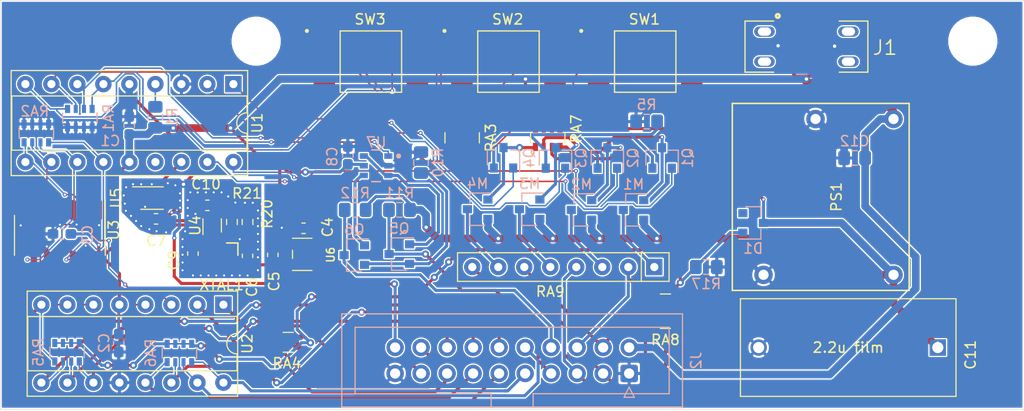
<source format=kicad_pcb>
(kicad_pcb (version 20171130) (host pcbnew "(5.1.7)-1")
  (layers (0 F.Cu signal hide) (31 B.Cu signal) (34 B.Paste user hide) (35 F.Paste user) (36 B.SilkS user) (37 F.SilkS user) (38 B.Mask user) (39 F.Mask user) (44 Edge.Cuts user))
  (net 0 "")
  (net 1 GND)
  (net 2 VCC)
  (net 3 "Net-(C9-Pad2)")
  (net 4 "Net-(C9-Pad1)")
  (net 5 "Net-(C10-Pad2)")
  (net 6 Vdrive)
  (net 7 /midpull)
  (net 8 "Net-(J1-PadB2)")
  (net 9 "Net-(J1-PadB3)")
  (net 10 "Net-(J1-PadB5)")
  (net 11 "Net-(J1-PadB6)")
  (net 12 "Net-(J1-PadB7)")
  (net 13 "Net-(J1-PadB8)")
  (net 14 "Net-(J1-PadB10)")
  (net 15 "Net-(J1-PadB11)")
  (net 16 "Net-(J1-PadA11)")
  (net 17 "Net-(J1-PadA10)")
  (net 18 "Net-(J1-PadA8)")
  (net 19 "Net-(J1-PadA7)")
  (net 20 "Net-(J1-PadA6)")
  (net 21 "Net-(J1-PadA5)")
  (net 22 "Net-(J1-PadA3)")
  (net 23 "Net-(J1-PadA2)")
  (net 24 "Net-(J2-Pad18)")
  (net 25 "Net-(J2-Pad16)")
  (net 26 "Net-(J2-Pad14)")
  (net 27 "Net-(J2-Pad12)")
  (net 28 "Net-(J2-Pad10)")
  (net 29 /colon2)
  (net 30 /HR10)
  (net 31 /MIN10)
  (net 32 "Net-(J2-Pad17)")
  (net 33 "Net-(J2-Pad15)")
  (net 34 "Net-(J2-Pad13)")
  (net 35 "Net-(J2-Pad11)")
  (net 36 "Net-(J2-Pad9)")
  (net 37 /colon1)
  (net 38 /HR1)
  (net 39 /MIN1)
  (net 40 "Net-(M1-Pad3)")
  (net 41 "Net-(M1-Pad1)")
  (net 42 "Net-(M2-Pad3)")
  (net 43 "Net-(M2-Pad1)")
  (net 44 "Net-(M3-Pad3)")
  (net 45 "Net-(M3-Pad1)")
  (net 46 "Net-(M4-Pad3)")
  (net 47 "Net-(M4-Pad1)")
  (net 48 "Net-(Q1-Pad2)")
  (net 49 /AD1)
  (net 50 /AD2)
  (net 51 /AD3)
  (net 52 /AD4)
  (net 53 "Net-(Q5-Pad2)")
  (net 54 "Net-(Q5-Pad1)")
  (net 55 "Net-(Q6-Pad1)")
  (net 56 "Net-(R1-Pad2)")
  (net 57 "Net-(R20-Pad1)")
  (net 58 "Net-(RA1-Pad5)")
  (net 59 "Net-(RA1-Pad6)")
  (net 60 /colon)
  (net 61 "Net-(RA1-Pad7)")
  (net 62 "Net-(RA2-Pad5)")
  (net 63 "Net-(RA2-Pad6)")
  (net 64 "Net-(RA2-Pad8)")
  (net 65 "Net-(RA2-Pad7)")
  (net 66 "Net-(RA3-Pad5)")
  (net 67 "Net-(RA3-Pad4)")
  (net 68 "Net-(RA3-Pad2)")
  (net 69 "Net-(RA3-Pad3)")
  (net 70 "Net-(RA3-Pad1)")
  (net 71 "Net-(U1-Pad16)")
  (net 72 "Net-(U1-Pad15)")
  (net 73 "Net-(U2-Pad7)")
  (net 74 "Net-(U2-Pad6)")
  (net 75 "Net-(U2-Pad4)")
  (net 76 "Net-(U2-Pad3)")
  (net 77 "Net-(U5-Pad1)")
  (net 78 "Net-(U6-Pad4)")
  (net 79 "Net-(J1-Pad28)")
  (net 80 "Net-(J1-Pad27)")
  (net 81 "Net-(J1-Pad26)")
  (net 82 "Net-(J1-Pad25)")
  (net 83 +3V0)
  (module Resistor_SMD:R_Array_Convex_4x0603 (layer F.Cu) (at 153.48 97.44 270)
    (fp_text reference RA7 (at -0.87 -2.79 270) (layer F.SilkS))
    (fp_text value EXB-V8V103JV)
    (pad 5 smd rect (at -0.9 1.2 270) (size 0.8 0.5) (layers F.Cu F.Paste F.Mask) (net 6 Vdrive))
    (pad 6 smd rect (at -0.9 0.4 270) (size 0.8 0.4) (layers F.Cu F.Paste F.Mask) (net 6 Vdrive))
    (pad 8 smd rect (at -0.9 -1.2 270) (size 0.8 0.5) (layers F.Cu F.Paste F.Mask) (net 6 Vdrive))
    (pad 7 smd rect (at -0.9 -0.4 270) (size 0.8 0.4) (layers F.Cu F.Paste F.Mask) (net 6 Vdrive))
    (pad 4 smd rect (at 0.9 1.2 270) (size 0.8 0.5) (layers F.Cu F.Paste F.Mask) (net 47 "Net-(M4-Pad1)"))
    (pad 2 smd rect (at 0.9 -0.4 270) (size 0.8 0.4) (layers F.Cu F.Paste F.Mask) (net 43 "Net-(M2-Pad1)"))
    (pad 3 smd rect (at 0.9 0.4 270) (size 0.8 0.4) (layers F.Cu F.Paste F.Mask) (net 45 "Net-(M3-Pad1)"))
    (pad 1 smd rect (at 0.9 -1.2 270) (size 0.8 0.5) (layers F.Cu F.Paste F.Mask) (net 41 "Net-(M1-Pad1)"))
  )
  (module MountingHole:MountingHole_2.2mm_M2 (layer F.Cu) (at 125 88)
    (fp_text reference REF**)
    (fp_text value MountingHole_2.2mm_M2)
    (pad "" np_thru_hole circle (at 0 0) (size 2.2 2.2) (drill 2.2) (layers *.Cu *.Mask) (clearance 1.3) (thermal_gap 1.3))
  )
  (module external:ECQ-E2275JB (layer F.Cu) (at 191.58 117.966 180)
    (fp_text reference C11 (at -3.195 -0.709 270) (layer F.SilkS))
    (fp_text value "2.2u film" (at 8.75 0 180) (layer F.SilkS))
    (fp_text user * (at 0 0 180) (layer F.SilkS))
    (pad 1 thru_hole rect (at 0 0 180) (size 1.6002 1.6002) (drill 1.0922) (layers *.Cu *.Mask) (net 6 Vdrive))
    (pad 2 thru_hole circle (at 17.5 0 180) (size 1.6002 1.6002) (drill 1.0922) (layers *.Cu *.Mask) (net 1 GND))
  )
  (module external:XC6221B302MR-G (layer F.Cu) (at 129.5 108.85 180)
    (fp_text reference U6 (at -2.775 -0.05 270) (layer F.SilkS) (effects (font (size 0.762 0.762))))
    (fp_text value XC6221B302MR-G)
    (pad 5 smd rect (at 1.28905 -0.950001 180) (size 0.9271 0.4318) (layers F.Cu F.Paste F.Mask) (net 83 +3V0))
    (pad 4 smd rect (at 1.28905 0.950001 180) (size 0.9271 0.4318) (layers F.Cu F.Paste F.Mask) (net 78 "Net-(U6-Pad4)"))
    (pad 3 smd rect (at -1.28905 0.950001 180) (size 0.9271 0.4318) (layers F.Cu F.Paste F.Mask) (net 2 VCC))
    (pad 2 smd rect (at -1.28905 0 180) (size 0.9271 0.4318) (layers F.Cu F.Paste F.Mask) (net 1 GND))
    (pad 1 smd rect (at -1.28905 -0.950001 180) (size 0.9271 0.4318) (layers F.Cu F.Paste F.Mask) (net 2 VCC))
  )
  (module MountingHole:MountingHole_2.2mm_M2 (layer F.Cu) (at 195 88)
    (fp_text reference REF**)
    (fp_text value MountingHole_2.2mm_M2)
    (pad "" np_thru_hole circle (at 0 0) (size 2.2 2.2) (drill 2.2) (layers *.Cu *.Mask) (clearance 1.3) (thermal_gap 1.3))
  )
  (module external:JAE_DX07S024WJ3R400 (layer F.Cu) (at 178.75 88.534)
    (fp_text reference J1 (at 7.675 0.1 180) (layer F.SilkS) (effects (font (size 1.4 1.4))))
    (fp_text value DX07S024WJ3R400)
    (pad 25 thru_hole oval (at -4.1 -1.47) (size 2 1) (drill oval 1.3 0.8) (layers *.Cu *.Mask) (net 82 "Net-(J1-Pad25)"))
    (pad 26 thru_hole oval (at 4.1 -1.47) (size 2 1) (drill oval 1.3 0.8) (layers *.Cu *.Mask) (net 81 "Net-(J1-Pad26)"))
    (pad 27 thru_hole oval (at -4.1 1.47) (size 2 1) (drill oval 1.3 0.8) (layers *.Cu *.Mask) (net 80 "Net-(J1-Pad27)"))
    (pad 28 thru_hole oval (at 4.1 1.47) (size 2 1) (drill oval 1.3 0.8) (layers *.Cu *.Mask) (net 79 "Net-(J1-Pad28)"))
    (pad A6 smd rect (at -0.25 -1.75) (size 0.27 1.3) (layers F.Cu F.Paste F.Mask) (net 20 "Net-(J1-PadA6)"))
    (pad A5 smd rect (at -0.75 -1.75) (size 0.27 1.3) (layers F.Cu F.Paste F.Mask) (net 21 "Net-(J1-PadA5)"))
    (pad A4 smd rect (at -1.25 -1.75) (size 0.27 1.3) (layers F.Cu F.Paste F.Mask) (net 2 VCC))
    (pad A3 smd rect (at -1.75 -1.75) (size 0.27 1.3) (layers F.Cu F.Paste F.Mask) (net 22 "Net-(J1-PadA3)"))
    (pad A2 smd rect (at -2.25 -1.75) (size 0.27 1.3) (layers F.Cu F.Paste F.Mask) (net 23 "Net-(J1-PadA2)"))
    (pad A1 smd rect (at -2.75 -1.75) (size 0.27 1.3) (layers F.Cu F.Paste F.Mask) (net 1 GND))
    (pad A12 smd rect (at 2.75 -1.75) (size 0.27 1.3) (layers F.Cu F.Paste F.Mask) (net 1 GND))
    (pad A11 smd rect (at 2.25 -1.75) (size 0.27 1.3) (layers F.Cu F.Paste F.Mask) (net 16 "Net-(J1-PadA11)"))
    (pad A10 smd rect (at 1.75 -1.75) (size 0.27 1.3) (layers F.Cu F.Paste F.Mask) (net 17 "Net-(J1-PadA10)"))
    (pad A9 smd rect (at 1.25 -1.75) (size 0.27 1.3) (layers F.Cu F.Paste F.Mask) (net 2 VCC))
    (pad A8 smd rect (at 0.75 -1.75) (size 0.27 1.3) (layers F.Cu F.Paste F.Mask) (net 18 "Net-(J1-PadA8)"))
    (pad A7 smd rect (at 0.25 -1.75) (size 0.27 1.3) (layers F.Cu F.Paste F.Mask) (net 19 "Net-(J1-PadA7)"))
    (pad B12 smd rect (at -2.75 1.75) (size 0.27 1.3) (layers F.Cu F.Paste F.Mask) (net 1 GND))
    (pad B11 smd rect (at -2.25 1.75) (size 0.27 1.3) (layers F.Cu F.Paste F.Mask) (net 15 "Net-(J1-PadB11)"))
    (pad B10 smd rect (at -1.75 1.75) (size 0.27 1.3) (layers F.Cu F.Paste F.Mask) (net 14 "Net-(J1-PadB10)"))
    (pad B9 smd rect (at -1.25 1.75) (size 0.27 1.3) (layers F.Cu F.Paste F.Mask) (net 2 VCC))
    (pad B8 smd rect (at -0.75 1.75) (size 0.27 1.3) (layers F.Cu F.Paste F.Mask) (net 13 "Net-(J1-PadB8)"))
    (pad B7 smd rect (at -0.25 1.75) (size 0.27 1.3) (layers F.Cu F.Paste F.Mask) (net 12 "Net-(J1-PadB7)"))
    (pad B6 smd rect (at 0.25 1.75) (size 0.27 1.3) (layers F.Cu F.Paste F.Mask) (net 11 "Net-(J1-PadB6)"))
    (pad B4 smd rect (at 1.25 1.75) (size 0.27 1.3) (layers F.Cu F.Paste F.Mask) (net 2 VCC))
    (pad B5 smd rect (at 0.75 1.75) (size 0.27 1.3) (layers F.Cu F.Paste F.Mask) (net 10 "Net-(J1-PadB5)"))
    (pad B3 smd rect (at 1.75 1.75) (size 0.27 1.3) (layers F.Cu F.Paste F.Mask) (net 9 "Net-(J1-PadB3)"))
    (pad B2 smd rect (at 2.25 1.75) (size 0.27 1.3) (layers F.Cu F.Paste F.Mask) (net 8 "Net-(J1-PadB2)"))
    (pad B1 smd rect (at 2.75 1.75) (size 0.27 1.3) (layers F.Cu F.Paste F.Mask) (net 1 GND))
  )
  (module Package_DIP:DIP-16_W7.62mm_Socket (layer F.Cu) (at 121.8 113.775 270)
    (fp_text reference U2 (at 3.81 -2.33 90) (layer F.SilkS))
    (fp_text value 74141)
    (pad 1 thru_hole rect (at 0 0 270) (size 1.6 1.6) (drill 0.8) (layers *.Cu *.Mask) (net 32 "Net-(J2-Pad17)"))
    (pad 9 thru_hole oval (at 7.62 17.78 270) (size 1.6 1.6) (drill 0.8) (layers *.Cu *.Mask) (net 27 "Net-(J2-Pad12)"))
    (pad 2 thru_hole oval (at 0 2.54 270) (size 1.6 1.6) (drill 0.8) (layers *.Cu *.Mask) (net 24 "Net-(J2-Pad18)"))
    (pad 10 thru_hole oval (at 7.62 15.24 270) (size 1.6 1.6) (drill 0.8) (layers *.Cu *.Mask) (net 25 "Net-(J2-Pad16)"))
    (pad 3 thru_hole oval (at 0 5.08 270) (size 1.6 1.6) (drill 0.8) (layers *.Cu *.Mask) (net 76 "Net-(U2-Pad3)"))
    (pad 11 thru_hole oval (at 7.62 12.7 270) (size 1.6 1.6) (drill 0.8) (layers *.Cu *.Mask) (net 33 "Net-(J2-Pad15)"))
    (pad 4 thru_hole oval (at 0 7.62 270) (size 1.6 1.6) (drill 0.8) (layers *.Cu *.Mask) (net 75 "Net-(U2-Pad4)"))
    (pad 12 thru_hole oval (at 7.62 10.16 270) (size 1.6 1.6) (drill 0.8) (layers *.Cu *.Mask) (net 1 GND))
    (pad 5 thru_hole oval (at 0 10.16 270) (size 1.6 1.6) (drill 0.8) (layers *.Cu *.Mask) (net 2 VCC))
    (pad 13 thru_hole oval (at 7.62 7.62 270) (size 1.6 1.6) (drill 0.8) (layers *.Cu *.Mask) (net 34 "Net-(J2-Pad13)"))
    (pad 6 thru_hole oval (at 0 12.7 270) (size 1.6 1.6) (drill 0.8) (layers *.Cu *.Mask) (net 74 "Net-(U2-Pad6)"))
    (pad 14 thru_hole oval (at 7.62 5.08 270) (size 1.6 1.6) (drill 0.8) (layers *.Cu *.Mask) (net 26 "Net-(J2-Pad14)"))
    (pad 7 thru_hole oval (at 0 15.24 270) (size 1.6 1.6) (drill 0.8) (layers *.Cu *.Mask) (net 73 "Net-(U2-Pad7)"))
    (pad 15 thru_hole oval (at 7.62 2.54 270) (size 1.6 1.6) (drill 0.8) (layers *.Cu *.Mask) (net 28 "Net-(J2-Pad10)"))
    (pad 8 thru_hole oval (at 0 17.78 270) (size 1.6 1.6) (drill 0.8) (layers *.Cu *.Mask) (net 35 "Net-(J2-Pad11)"))
    (pad 16 thru_hole oval (at 7.62 0 270) (size 1.6 1.6) (drill 0.8) (layers *.Cu *.Mask) (net 36 "Net-(J2-Pad9)"))
  )
  (module Connector_IDC:IDC-Header_2x10_P2.54mm_Vertical (layer B.Cu) (at 161.43 120.5 90)
    (fp_text reference J2 (at 1.26 6.545 270) (layer B.SilkS) (effects (justify mirror)))
    (fp_text value Conn_01x20_Female)
    (pad 1 thru_hole roundrect (at 0 0 90) (size 1.7 1.7) (drill 1) (layers *.Cu *.Mask) (roundrect_rratio 0.1470588235294118) (net 1 GND))
    (pad 3 thru_hole circle (at 0 -2.54 90) (size 1.7 1.7) (drill 1) (layers *.Cu *.Mask) (net 39 /MIN1))
    (pad 5 thru_hole circle (at 0 -5.08 90) (size 1.7 1.7) (drill 1) (layers *.Cu *.Mask) (net 38 /HR1))
    (pad 7 thru_hole circle (at 0 -7.62 90) (size 1.7 1.7) (drill 1) (layers *.Cu *.Mask) (net 37 /colon1))
    (pad 9 thru_hole circle (at 0 -10.16 90) (size 1.7 1.7) (drill 1) (layers *.Cu *.Mask) (net 36 "Net-(J2-Pad9)"))
    (pad 11 thru_hole circle (at 0 -12.7 90) (size 1.7 1.7) (drill 1) (layers *.Cu *.Mask) (net 35 "Net-(J2-Pad11)"))
    (pad 13 thru_hole circle (at 0 -15.24 90) (size 1.7 1.7) (drill 1) (layers *.Cu *.Mask) (net 34 "Net-(J2-Pad13)"))
    (pad 15 thru_hole circle (at 0 -17.78 90) (size 1.7 1.7) (drill 1) (layers *.Cu *.Mask) (net 33 "Net-(J2-Pad15)"))
    (pad 17 thru_hole circle (at 0 -20.32 90) (size 1.7 1.7) (drill 1) (layers *.Cu *.Mask) (net 32 "Net-(J2-Pad17)"))
    (pad 19 thru_hole circle (at 0 -22.86 90) (size 1.7 1.7) (drill 1) (layers *.Cu *.Mask) (net 1 GND))
    (pad 2 thru_hole circle (at 2.54 0 90) (size 1.7 1.7) (drill 1) (layers *.Cu *.Mask) (net 2 VCC))
    (pad 4 thru_hole circle (at 2.54 -2.54 90) (size 1.7 1.7) (drill 1) (layers *.Cu *.Mask) (net 31 /MIN10))
    (pad 6 thru_hole circle (at 2.54 -5.08 90) (size 1.7 1.7) (drill 1) (layers *.Cu *.Mask) (net 30 /HR10))
    (pad 8 thru_hole circle (at 2.54 -7.62 90) (size 1.7 1.7) (drill 1) (layers *.Cu *.Mask) (net 29 /colon2))
    (pad 10 thru_hole circle (at 2.54 -10.16 90) (size 1.7 1.7) (drill 1) (layers *.Cu *.Mask) (net 28 "Net-(J2-Pad10)"))
    (pad 12 thru_hole circle (at 2.54 -12.7 90) (size 1.7 1.7) (drill 1) (layers *.Cu *.Mask) (net 27 "Net-(J2-Pad12)"))
    (pad 14 thru_hole circle (at 2.54 -15.24 90) (size 1.7 1.7) (drill 1) (layers *.Cu *.Mask) (net 26 "Net-(J2-Pad14)"))
    (pad 16 thru_hole circle (at 2.54 -17.78 90) (size 1.7 1.7) (drill 1) (layers *.Cu *.Mask) (net 25 "Net-(J2-Pad16)"))
    (pad 18 thru_hole circle (at 2.54 -20.32 90) (size 1.7 1.7) (drill 1) (layers *.Cu *.Mask) (net 24 "Net-(J2-Pad18)"))
    (pad 20 thru_hole circle (at 2.54 -22.86 90) (size 1.7 1.7) (drill 1) (layers *.Cu *.Mask) (net 83 +3V0))
  )
  (module Package_SO:VSSOP-8_2.3x2mm_P0.5mm (layer F.Cu) (at 114.825 103.345)
    (fp_text reference U5 (at -3.515 -0.005 270) (layer F.SilkS))
    (fp_text value 74LVC2G80)
    (pad 1 smd rect (at -1.55 -0.75 270) (size 0.3 0.8) (layers F.Cu F.Paste F.Mask) (net 77 "Net-(U5-Pad1)"))
    (pad 2 smd rect (at -1.55 -0.25 270) (size 0.3 0.8) (layers F.Cu F.Paste F.Mask) (net 71 "Net-(U1-Pad16)"))
    (pad 3 smd rect (at -1.55 0.25 270) (size 0.3 0.8) (layers F.Cu F.Paste F.Mask) (net 77 "Net-(U5-Pad1)"))
    (pad 4 smd rect (at -1.55 0.75 270) (size 0.3 0.8) (layers F.Cu F.Paste F.Mask) (net 1 GND))
    (pad 5 smd rect (at 1.55 0.75 270) (size 0.3 0.8) (layers F.Cu F.Paste F.Mask) (net 57 "Net-(R20-Pad1)"))
    (pad 6 smd rect (at 1.55 0.25 270) (size 0.3 0.8) (layers F.Cu F.Paste F.Mask) (net 77 "Net-(U5-Pad1)"))
    (pad 7 smd rect (at 1.55 -0.25 270) (size 0.3 0.8) (layers F.Cu F.Paste F.Mask) (net 71 "Net-(U1-Pad16)"))
    (pad 8 smd rect (at 1.55 -0.75 270) (size 0.3 0.8) (layers F.Cu F.Paste F.Mask) (net 83 +3V0))
  )
  (module Package_TO_SOT_SMD:SOT-553 (layer F.Cu) (at 120.7 106.021 90)
    (fp_text reference U4 (at -0.009 -1.66 90) (layer F.SilkS))
    (fp_text value 74LVC1G04)
    (pad 4 smd rect (at 0.7 0.5 90) (size 0.45 0.3) (layers F.Cu F.Paste F.Mask) (net 57 "Net-(R20-Pad1)"))
    (pad 2 smd rect (at -0.7 0 90) (size 0.45 0.3) (layers F.Cu F.Paste F.Mask) (net 3 "Net-(C9-Pad2)"))
    (pad 5 smd rect (at 0.7 -0.5 90) (size 0.45 0.3) (layers F.Cu F.Paste F.Mask) (net 83 +3V0))
    (pad 3 smd rect (at -0.7 0.5 90) (size 0.45 0.3) (layers F.Cu F.Paste F.Mask) (net 1 GND))
    (pad 1 smd rect (at -0.7 -0.5 90) (size 0.45 0.3) (layers F.Cu F.Paste F.Mask))
  )
  (module "PIC-nixie:TG2520SMN 16.0000M-MCGNNM3" (layer F.Cu) (at 121.615 109.139 180)
    (fp_text reference XTAL1 (at -0.005 -2.711 180) (layer F.SilkS))
    (fp_text value "TG2520SMN 16.0000M-MCGNNM3")
    (pad 1 smd rect (at -1 0.7 180) (size 0.8 1) (layers F.Cu F.Paste F.Mask) (net 1 GND))
    (pad 2 smd rect (at 1.1 0.7 180) (size 0.8 1) (layers F.Cu F.Paste F.Mask) (net 1 GND))
    (pad 3 smd rect (at 1.1 -0.7 180) (size 0.8 1) (layers F.Cu F.Paste F.Mask) (net 4 "Net-(C9-Pad1)"))
    (pad 4 smd rect (at -1 -0.7 180) (size 0.8 1) (layers F.Cu F.Paste F.Mask) (net 83 +3V0))
  )
  (module Resistor_SMD:R_0603_1608Metric_Pad0.98x0.95mm_HandSolder (layer F.Cu) (at 122.631 105.6865 90)
    (fp_text reference R21 (at 2.7965 1.469) (layer F.SilkS))
    (fp_text value 510k)
    (pad 1 smd roundrect (at -0.9125 0 90) (size 0.975 0.95) (layers F.Cu F.Paste F.Mask) (net 3 "Net-(C9-Pad2)"))
    (pad 2 smd roundrect (at 0.9125 0 90) (size 0.975 0.95) (layers F.Cu F.Paste F.Mask) (net 5 "Net-(C10-Pad2)"))
  )
  (module Resistor_SMD:R_0603_1608Metric_Pad0.98x0.95mm_HandSolder (layer F.Cu) (at 124.155 105.6865 90)
    (fp_text reference R20 (at 0.7865 1.92 90) (layer F.SilkS))
    (fp_text value 510k)
    (pad 1 smd roundrect (at -0.9125 0 90) (size 0.975 0.95) (layers F.Cu F.Paste F.Mask) (net 57 "Net-(R20-Pad1)"))
    (pad 2 smd roundrect (at 0.9125 0 90) (size 0.975 0.95) (layers F.Cu F.Paste F.Mask) (net 5 "Net-(C10-Pad2)"))
  )
  (module Capacitor_SMD:C_0603_1608Metric_Pad1.05x0.95mm_HandSolder (layer F.Cu) (at 115.218 105.381 180)
    (fp_text reference C7 (at -0.007 -2.149 180) (layer F.SilkS))
    (fp_text value 0.1u)
    (pad 2 smd roundrect (at 0.875 0 180) (size 1.05 0.95) (layers F.Cu F.Paste F.Mask) (net 1 GND))
    (pad 1 smd roundrect (at -0.875 0 180) (size 1.05 0.95) (layers F.Cu F.Paste F.Mask) (net 83 +3V0))
  )
  (module Capacitor_SMD:C_0603_1608Metric_Pad1.05x0.95mm_HandSolder (layer F.Cu) (at 124.155 108.998 90)
    (fp_text reference C6 (at -3.052 0.42 90) (layer F.SilkS))
    (fp_text value 0.01u)
    (pad 1 smd roundrect (at -0.875 0 90) (size 1.05 0.95) (layers F.Cu F.Paste F.Mask) (net 83 +3V0))
    (pad 2 smd roundrect (at 0.875 0 90) (size 1.05 0.95) (layers F.Cu F.Paste F.Mask) (net 1 GND))
  )
  (module Capacitor_SMD:C_0603_1608Metric_Pad1.05x0.95mm_HandSolder (layer F.Cu) (at 120.232 104.059)
    (fp_text reference C10 (at -0.132 -2.079) (layer F.SilkS))
    (fp_text value 0.01u)
    (pad 1 smd roundrect (at -0.875 0) (size 1.05 0.95) (layers F.Cu F.Paste F.Mask) (net 1 GND))
    (pad 2 smd roundrect (at 0.875 0) (size 1.05 0.95) (layers F.Cu F.Paste F.Mask) (net 5 "Net-(C10-Pad2)"))
  )
  (module Capacitor_SMD:C_0603_1608Metric_Pad1.05x0.95mm_HandSolder (layer F.Cu) (at 118.821 108.772 90)
    (fp_text reference C9 (at -0.653 -1.846 90) (layer F.SilkS))
    (fp_text value 470p)
    (pad 1 smd roundrect (at -0.875 0 90) (size 1.05 0.95) (layers F.Cu F.Paste F.Mask) (net 4 "Net-(C9-Pad1)"))
    (pad 2 smd roundrect (at 0.875 0 90) (size 1.05 0.95) (layers F.Cu F.Paste F.Mask) (net 3 "Net-(C9-Pad2)"))
  )
  (module Package_SO:SOIC-14_3.9x8.7mm_P1.27mm (layer F.Cu) (at 105.825 106.988 270)
    (fp_text reference U3 (at -0.513 -5.25 270) (layer F.SilkS))
    (fp_text value 74HCT125D)
    (pad 14 smd roundrect (at 2.475 -3.81 270) (size 1.95 0.6) (layers F.Cu F.Paste F.Mask) (net 2 VCC))
    (pad 13 smd roundrect (at 2.475 -2.54 270) (size 1.95 0.6) (layers F.Cu F.Paste F.Mask) (net 1 GND))
    (pad 12 smd roundrect (at 2.475 -1.27 270) (size 1.95 0.6) (layers F.Cu F.Paste F.Mask) (net 62 "Net-(RA2-Pad5)"))
    (pad 11 smd roundrect (at 2.475 0 270) (size 1.95 0.6) (layers F.Cu F.Paste F.Mask) (net 75 "Net-(U2-Pad4)"))
    (pad 10 smd roundrect (at 2.475 1.27 270) (size 1.95 0.6) (layers F.Cu F.Paste F.Mask) (net 1 GND))
    (pad 9 smd roundrect (at 2.475 2.54 270) (size 1.95 0.6) (layers F.Cu F.Paste F.Mask) (net 63 "Net-(RA2-Pad6)"))
    (pad 8 smd roundrect (at 2.475 3.81 270) (size 1.95 0.6) (layers F.Cu F.Paste F.Mask) (net 73 "Net-(U2-Pad7)"))
    (pad 7 smd roundrect (at -2.475 3.81 270) (size 1.95 0.6) (layers F.Cu F.Paste F.Mask) (net 1 GND))
    (pad 6 smd roundrect (at -2.475 2.54 270) (size 1.95 0.6) (layers F.Cu F.Paste F.Mask) (net 74 "Net-(U2-Pad6)"))
    (pad 5 smd roundrect (at -2.475 1.27 270) (size 1.95 0.6) (layers F.Cu F.Paste F.Mask) (net 65 "Net-(RA2-Pad7)"))
    (pad 4 smd roundrect (at -2.475 0 270) (size 1.95 0.6) (layers F.Cu F.Paste F.Mask) (net 1 GND))
    (pad 3 smd roundrect (at -2.475 -1.27 270) (size 1.95 0.6) (layers F.Cu F.Paste F.Mask) (net 76 "Net-(U2-Pad3)"))
    (pad 2 smd roundrect (at -2.475 -2.54 270) (size 1.95 0.6) (layers F.Cu F.Paste F.Mask) (net 64 "Net-(RA2-Pad8)"))
    (pad 1 smd roundrect (at -2.475 -3.81 270) (size 1.95 0.6) (layers F.Cu F.Paste F.Mask) (net 1 GND))
  )
  (module ext2:Nexperia-SOT457-11_2018-0-MFG (layer B.Cu) (at 136.71 100.186 180)
    (fp_text reference U7 (at -1.11 2.286) (layer B.SilkS) (effects (justify left mirror)))
    (fp_text value 74HC2G14GV,125)
    (pad 1 smd rect (at -1.2 0.95 180) (size 0.8 0.55) (layers B.Cu B.Mask) (net 60 /colon))
    (pad 2 smd rect (at -1.2 0 180) (size 0.8 0.55) (layers B.Cu B.Mask) (net 1 GND))
    (pad 3 smd rect (at -1.2 -0.95 180) (size 0.8 0.55) (layers B.Cu B.Mask) (net 54 "Net-(Q5-Pad1)"))
    (pad 4 smd rect (at 1.2 -0.95 180) (size 0.8 0.55) (layers B.Cu B.Mask) (net 55 "Net-(Q6-Pad1)"))
    (pad 5 smd rect (at 1.2 0 180) (size 0.8 0.55) (layers B.Cu B.Mask) (net 2 VCC))
    (pad 6 smd rect (at 1.2 0.95 180) (size 0.8 0.55) (layers B.Cu B.Mask) (net 54 "Net-(Q5-Pad1)"))
  )
  (module Package_DIP:DIP-18_W7.62mm_Socket (layer F.Cu) (at 122.775 92.2 270)
    (fp_text reference U1 (at 3.81 -2.33 90) (layer F.SilkS))
    (fp_text value PIC16F54-IP)
    (pad 18 thru_hole oval (at 7.62 0 270) (size 1.6 1.6) (drill 0.8) (layers *.Cu *.Mask) (net 50 /AD2))
    (pad 9 thru_hole oval (at 0 20.32 270) (size 1.6 1.6) (drill 0.8) (layers *.Cu *.Mask) (net 58 "Net-(RA1-Pad5)"))
    (pad 17 thru_hole oval (at 7.62 2.54 270) (size 1.6 1.6) (drill 0.8) (layers *.Cu *.Mask) (net 49 /AD1))
    (pad 8 thru_hole oval (at 0 17.78 270) (size 1.6 1.6) (drill 0.8) (layers *.Cu *.Mask) (net 59 "Net-(RA1-Pad6)"))
    (pad 16 thru_hole oval (at 7.62 5.08 270) (size 1.6 1.6) (drill 0.8) (layers *.Cu *.Mask) (net 71 "Net-(U1-Pad16)"))
    (pad 7 thru_hole oval (at 0 15.24 270) (size 1.6 1.6) (drill 0.8) (layers *.Cu *.Mask) (net 61 "Net-(RA1-Pad7)"))
    (pad 15 thru_hole oval (at 7.62 7.62 270) (size 1.6 1.6) (drill 0.8) (layers *.Cu *.Mask) (net 72 "Net-(U1-Pad15)"))
    (pad 6 thru_hole oval (at 0 12.7 270) (size 1.6 1.6) (drill 0.8) (layers *.Cu *.Mask) (net 60 /colon))
    (pad 14 thru_hole oval (at 7.62 10.16 270) (size 1.6 1.6) (drill 0.8) (layers *.Cu *.Mask) (net 2 VCC))
    (pad 5 thru_hole oval (at 0 10.16 270) (size 1.6 1.6) (drill 0.8) (layers *.Cu *.Mask) (net 1 GND))
    (pad 13 thru_hole oval (at 7.62 12.7 270) (size 1.6 1.6) (drill 0.8) (layers *.Cu *.Mask) (net 62 "Net-(RA2-Pad5)"))
    (pad 4 thru_hole oval (at 0 7.62 270) (size 1.6 1.6) (drill 0.8) (layers *.Cu *.Mask) (net 56 "Net-(R1-Pad2)"))
    (pad 12 thru_hole oval (at 7.62 15.24 270) (size 1.6 1.6) (drill 0.8) (layers *.Cu *.Mask) (net 63 "Net-(RA2-Pad6)"))
    (pad 3 thru_hole oval (at 0 5.08 270) (size 1.6 1.6) (drill 0.8) (layers *.Cu *.Mask) (net 1 GND))
    (pad 11 thru_hole oval (at 7.62 17.78 270) (size 1.6 1.6) (drill 0.8) (layers *.Cu *.Mask) (net 65 "Net-(RA2-Pad7)"))
    (pad 2 thru_hole oval (at 0 2.54 270) (size 1.6 1.6) (drill 0.8) (layers *.Cu *.Mask) (net 52 /AD4))
    (pad 10 thru_hole oval (at 7.62 20.32 270) (size 1.6 1.6) (drill 0.8) (layers *.Cu *.Mask) (net 64 "Net-(RA2-Pad8)"))
    (pad 1 thru_hole rect (at 0 0 270) (size 1.6 1.6) (drill 0.8) (layers *.Cu *.Mask) (net 51 /AD3))
  )
  (module external:SW_TL3301SPF260QG (layer F.Cu) (at 136.202 90)
    (fp_text reference SW3 (at -0.075 -4.135) (layer F.SilkS))
    (fp_text value SW_SPST)
    (pad 1 smd rect (at -4.55 -2.25) (size 2.1 1.4) (layers F.Cu F.Paste F.Mask) (net 69 "Net-(RA3-Pad3)"))
    (pad 2 smd rect (at 4.55 -2.25) (size 2.1 1.4) (layers F.Cu F.Paste F.Mask) (net 58 "Net-(RA1-Pad5)"))
    (pad 3 smd rect (at -4.55 2.25) (size 2.1 1.4) (layers F.Cu F.Paste F.Mask))
    (pad 4 smd rect (at 4.55 2.25) (size 2.1 1.4) (layers F.Cu F.Paste F.Mask))
  )
  (module external:SW_TL3301SPF260QG (layer F.Cu) (at 149.642 90)
    (fp_text reference SW2 (at -0.075 -4.135) (layer F.SilkS))
    (fp_text value SW_SPST)
    (pad 1 smd rect (at -4.55 -2.25) (size 2.1 1.4) (layers F.Cu F.Paste F.Mask) (net 68 "Net-(RA3-Pad2)"))
    (pad 2 smd rect (at 4.55 -2.25) (size 2.1 1.4) (layers F.Cu F.Paste F.Mask) (net 59 "Net-(RA1-Pad6)"))
    (pad 3 smd rect (at -4.55 2.25) (size 2.1 1.4) (layers F.Cu F.Paste F.Mask))
    (pad 4 smd rect (at 4.55 2.25) (size 2.1 1.4) (layers F.Cu F.Paste F.Mask))
  )
  (module external:SW_TL3301SPF260QG (layer F.Cu) (at 163 90)
    (fp_text reference SW1 (at -0.075 -4.135) (layer F.SilkS))
    (fp_text value SW_SPST)
    (pad 1 smd rect (at -4.55 -2.25) (size 2.1 1.4) (layers F.Cu F.Paste F.Mask) (net 70 "Net-(RA3-Pad1)"))
    (pad 2 smd rect (at 4.55 -2.25) (size 2.1 1.4) (layers F.Cu F.Paste F.Mask) (net 61 "Net-(RA1-Pad7)"))
    (pad 3 smd rect (at -4.55 2.25) (size 2.1 1.4) (layers F.Cu F.Paste F.Mask))
    (pad 4 smd rect (at 4.55 2.25) (size 2.1 1.4) (layers F.Cu F.Paste F.Mask))
  )
  (module Resistor_THT:R_Array_SIP8 (layer F.Cu) (at 163.888 110.092 180)
    (fp_text reference RA9 (at 10.16 -2.4) (layer F.SilkS))
    (fp_text value R_Pack04_SIP)
    (pad 1 thru_hole rect (at 0 0 180) (size 1.6 1.6) (drill 0.8) (layers *.Cu *.Mask) (net 40 "Net-(M1-Pad3)"))
    (pad 2 thru_hole oval (at 2.54 0 180) (size 1.6 1.6) (drill 0.8) (layers *.Cu *.Mask) (net 30 /HR10))
    (pad 3 thru_hole oval (at 5.08 0 180) (size 1.6 1.6) (drill 0.8) (layers *.Cu *.Mask) (net 42 "Net-(M2-Pad3)"))
    (pad 4 thru_hole oval (at 7.62 0 180) (size 1.6 1.6) (drill 0.8) (layers *.Cu *.Mask) (net 38 /HR1))
    (pad 5 thru_hole oval (at 10.16 0 180) (size 1.6 1.6) (drill 0.8) (layers *.Cu *.Mask) (net 44 "Net-(M3-Pad3)"))
    (pad 6 thru_hole oval (at 12.7 0 180) (size 1.6 1.6) (drill 0.8) (layers *.Cu *.Mask) (net 31 /MIN10))
    (pad 7 thru_hole oval (at 15.24 0 180) (size 1.6 1.6) (drill 0.8) (layers *.Cu *.Mask) (net 46 "Net-(M4-Pad3)"))
    (pad 8 thru_hole oval (at 17.78 0 180) (size 1.6 1.6) (drill 0.8) (layers *.Cu *.Mask) (net 39 /MIN1))
  )
  (module Resistor_SMD:R_Array_Convex_4x0603 (layer F.Cu) (at 164.974 114.41 180)
    (fp_text reference RA8 (at 0 -2.8) (layer F.SilkS))
    (fp_text value EXB-V8V224JV)
    (pad 1 smd rect (at -0.9 -1.2 180) (size 0.8 0.5) (layers F.Cu F.Paste F.Mask) (net 7 /midpull))
    (pad 3 smd rect (at -0.9 0.4 180) (size 0.8 0.4) (layers F.Cu F.Paste F.Mask) (net 7 /midpull))
    (pad 2 smd rect (at -0.9 -0.4 180) (size 0.8 0.4) (layers F.Cu F.Paste F.Mask) (net 7 /midpull))
    (pad 4 smd rect (at -0.9 1.2 180) (size 0.8 0.5) (layers F.Cu F.Paste F.Mask) (net 7 /midpull))
    (pad 7 smd rect (at 0.9 -0.4 180) (size 0.8 0.4) (layers F.Cu F.Paste F.Mask) (net 38 /HR1))
    (pad 8 smd rect (at 0.9 -1.2 180) (size 0.8 0.5) (layers F.Cu F.Paste F.Mask) (net 39 /MIN1))
    (pad 6 smd rect (at 0.9 0.4 180) (size 0.8 0.4) (layers F.Cu F.Paste F.Mask) (net 31 /MIN10))
    (pad 5 smd rect (at 0.9 1.2 180) (size 0.8 0.5) (layers F.Cu F.Paste F.Mask) (net 30 /HR10))
  )
  (module Resistor_SMD:R_Array_Convex_4x0603 (layer B.Cu) (at 117.5 118.5 270)
    (fp_text reference RA6 (at 0 2.8 90) (layer B.SilkS) (effects (justify mirror)))
    (fp_text value EXB-V8V105JV)
    (pad 1 smd rect (at -0.9 1.2 270) (size 0.8 0.5) (layers B.Cu B.Paste B.Mask) (net 7 /midpull))
    (pad 3 smd rect (at -0.9 -0.4 270) (size 0.8 0.4) (layers B.Cu B.Paste B.Mask) (net 7 /midpull))
    (pad 2 smd rect (at -0.9 0.4 270) (size 0.8 0.4) (layers B.Cu B.Paste B.Mask) (net 7 /midpull))
    (pad 4 smd rect (at -0.9 -1.2 270) (size 0.8 0.5) (layers B.Cu B.Paste B.Mask) (net 7 /midpull))
    (pad 7 smd rect (at 0.9 0.4 270) (size 0.8 0.4) (layers B.Cu B.Paste B.Mask) (net 26 "Net-(J2-Pad14)"))
    (pad 8 smd rect (at 0.9 1.2 270) (size 0.8 0.5) (layers B.Cu B.Paste B.Mask) (net 34 "Net-(J2-Pad13)"))
    (pad 6 smd rect (at 0.9 -0.4 270) (size 0.8 0.4) (layers B.Cu B.Paste B.Mask) (net 28 "Net-(J2-Pad10)"))
    (pad 5 smd rect (at 0.9 -1.2 270) (size 0.8 0.5) (layers B.Cu B.Paste B.Mask) (net 36 "Net-(J2-Pad9)"))
  )
  (module Resistor_SMD:R_Array_Convex_4x0603 (layer B.Cu) (at 106.525 118.425 270)
    (fp_text reference RA5 (at 0 2.8 90) (layer B.SilkS) (effects (justify mirror)))
    (fp_text value EXB-V8V105JV)
    (pad 1 smd rect (at -0.9 1.2 270) (size 0.8 0.5) (layers B.Cu B.Paste B.Mask) (net 7 /midpull))
    (pad 3 smd rect (at -0.9 -0.4 270) (size 0.8 0.4) (layers B.Cu B.Paste B.Mask) (net 7 /midpull))
    (pad 2 smd rect (at -0.9 0.4 270) (size 0.8 0.4) (layers B.Cu B.Paste B.Mask) (net 7 /midpull))
    (pad 4 smd rect (at -0.9 -1.2 270) (size 0.8 0.5) (layers B.Cu B.Paste B.Mask) (net 7 /midpull))
    (pad 7 smd rect (at 0.9 0.4 270) (size 0.8 0.4) (layers B.Cu B.Paste B.Mask) (net 27 "Net-(J2-Pad12)"))
    (pad 8 smd rect (at 0.9 1.2 270) (size 0.8 0.5) (layers B.Cu B.Paste B.Mask) (net 35 "Net-(J2-Pad11)"))
    (pad 6 smd rect (at 0.9 -0.4 270) (size 0.8 0.4) (layers B.Cu B.Paste B.Mask) (net 25 "Net-(J2-Pad16)"))
    (pad 5 smd rect (at 0.9 -1.2 270) (size 0.8 0.5) (layers B.Cu B.Paste B.Mask) (net 33 "Net-(J2-Pad15)"))
  )
  (module Resistor_SMD:R_Array_Convex_2x0603 (layer F.Cu) (at 128.125 117.45 180)
    (fp_text reference RA4 (at 0.125 -2.05) (layer F.SilkS))
    (fp_text value EXB-V4V105JV)
    (pad 1 smd rect (at -0.9 -0.5 180) (size 0.8 0.5) (layers F.Cu F.Paste F.Mask) (net 7 /midpull))
    (pad 2 smd rect (at -0.9 0.5 180) (size 0.8 0.5) (layers F.Cu F.Paste F.Mask) (net 7 /midpull))
    (pad 3 smd rect (at 0.9 0.5 180) (size 0.8 0.5) (layers F.Cu F.Paste F.Mask) (net 32 "Net-(J2-Pad17)"))
    (pad 4 smd rect (at 0.9 -0.5 180) (size 0.8 0.5) (layers F.Cu F.Paste F.Mask) (net 24 "Net-(J2-Pad18)"))
  )
  (module Resistor_SMD:R_Array_Convex_4x0603 (layer F.Cu) (at 145.12 97.45 270)
    (fp_text reference RA3 (at 0 -2.8 90) (layer F.SilkS))
    (fp_text value EXB-V8V821JV)
    (pad 1 smd rect (at -0.9 -1.2 270) (size 0.8 0.5) (layers F.Cu F.Paste F.Mask) (net 70 "Net-(RA3-Pad1)"))
    (pad 3 smd rect (at -0.9 0.4 270) (size 0.8 0.4) (layers F.Cu F.Paste F.Mask) (net 69 "Net-(RA3-Pad3)"))
    (pad 2 smd rect (at -0.9 -0.4 270) (size 0.8 0.4) (layers F.Cu F.Paste F.Mask) (net 68 "Net-(RA3-Pad2)"))
    (pad 4 smd rect (at -0.9 1.2 270) (size 0.8 0.5) (layers F.Cu F.Paste F.Mask) (net 67 "Net-(RA3-Pad4)"))
    (pad 7 smd rect (at 0.9 -0.4 270) (size 0.8 0.4) (layers F.Cu F.Paste F.Mask) (net 2 VCC))
    (pad 8 smd rect (at 0.9 -1.2 270) (size 0.8 0.5) (layers F.Cu F.Paste F.Mask) (net 2 VCC))
    (pad 6 smd rect (at 0.9 0.4 270) (size 0.8 0.4) (layers F.Cu F.Paste F.Mask) (net 2 VCC))
    (pad 5 smd rect (at 0.9 1.2 270) (size 0.8 0.5) (layers F.Cu F.Paste F.Mask) (net 66 "Net-(RA3-Pad5)"))
  )
  (module Resistor_SMD:R_Array_Convex_4x0603 (layer B.Cu) (at 103.525 97 270)
    (fp_text reference RA2 (at -2.15 0.15) (layer B.SilkS) (effects (justify mirror)))
    (fp_text value EXB-V8V103JV)
    (pad 1 smd rect (at -0.9 1.2 270) (size 0.8 0.5) (layers B.Cu B.Paste B.Mask) (net 1 GND))
    (pad 3 smd rect (at -0.9 -0.4 270) (size 0.8 0.4) (layers B.Cu B.Paste B.Mask) (net 1 GND))
    (pad 2 smd rect (at -0.9 0.4 270) (size 0.8 0.4) (layers B.Cu B.Paste B.Mask) (net 1 GND))
    (pad 4 smd rect (at -0.9 -1.2 270) (size 0.8 0.5) (layers B.Cu B.Paste B.Mask) (net 1 GND))
    (pad 7 smd rect (at 0.9 0.4 270) (size 0.8 0.4) (layers B.Cu B.Paste B.Mask) (net 65 "Net-(RA2-Pad7)"))
    (pad 8 smd rect (at 0.9 1.2 270) (size 0.8 0.5) (layers B.Cu B.Paste B.Mask) (net 64 "Net-(RA2-Pad8)"))
    (pad 6 smd rect (at 0.9 -0.4 270) (size 0.8 0.4) (layers B.Cu B.Paste B.Mask) (net 63 "Net-(RA2-Pad6)"))
    (pad 5 smd rect (at 0.9 -1.2 270) (size 0.8 0.5) (layers B.Cu B.Paste B.Mask) (net 62 "Net-(RA2-Pad5)"))
  )
  (module Resistor_SMD:R_Array_Convex_4x0603 (layer B.Cu) (at 107.775 95.525 90)
    (fp_text reference RA1 (at 0 2.8 -90) (layer B.SilkS) (effects (justify mirror)))
    (fp_text value EXB-V8V103JV)
    (pad 1 smd rect (at -0.9 1.2 90) (size 0.8 0.5) (layers B.Cu B.Paste B.Mask) (net 1 GND))
    (pad 3 smd rect (at -0.9 -0.4 90) (size 0.8 0.4) (layers B.Cu B.Paste B.Mask) (net 1 GND))
    (pad 2 smd rect (at -0.9 0.4 90) (size 0.8 0.4) (layers B.Cu B.Paste B.Mask) (net 1 GND))
    (pad 4 smd rect (at -0.9 -1.2 90) (size 0.8 0.5) (layers B.Cu B.Paste B.Mask) (net 1 GND))
    (pad 7 smd rect (at 0.9 0.4 90) (size 0.8 0.4) (layers B.Cu B.Paste B.Mask) (net 61 "Net-(RA1-Pad7)"))
    (pad 8 smd rect (at 0.9 1.2 90) (size 0.8 0.5) (layers B.Cu B.Paste B.Mask) (net 60 /colon))
    (pad 6 smd rect (at 0.9 -0.4 90) (size 0.8 0.4) (layers B.Cu B.Paste B.Mask) (net 59 "Net-(RA1-Pad6)"))
    (pad 5 smd rect (at 0.9 -1.2 90) (size 0.8 0.5) (layers B.Cu B.Paste B.Mask) (net 58 "Net-(RA1-Pad5)"))
  )
  (module Resistor_SMD:R_0805_2012Metric_Pad1.15x1.40mm_HandSolder (layer B.Cu) (at 168.968 110.092)
    (fp_text reference R17 (at 0 1.65) (layer B.SilkS) (effects (justify mirror)))
    (fp_text value 220k)
    (pad 1 smd roundrect (at -1.025 0) (size 1.15 1.4) (layers B.Cu B.Paste B.Mask) (roundrect_rratio 0.2173904347826087) (net 7 /midpull))
    (pad 2 smd roundrect (at 1.025 0) (size 1.15 1.4) (layers B.Cu B.Paste B.Mask) (roundrect_rratio 0.2173904347826087) (net 1 GND))
  )
  (module Resistor_SMD:R_0805_2012Metric_Pad1.15x1.40mm_HandSolder (layer B.Cu) (at 134.669 104.504 180)
    (fp_text reference R12 (at 0 1.65) (layer B.SilkS) (effects (justify mirror)))
    (fp_text value 120k)
    (pad 1 smd roundrect (at -1.025 0 180) (size 1.15 1.4) (layers B.Cu B.Paste B.Mask) (roundrect_rratio 0.2173904347826087) (net 6 Vdrive))
    (pad 2 smd roundrect (at 1.025 0 180) (size 1.15 1.4) (layers B.Cu B.Paste B.Mask) (roundrect_rratio 0.2173904347826087) (net 29 /colon2))
  )
  (module Resistor_SMD:R_0805_2012Metric_Pad1.15x1.40mm_HandSolder (layer B.Cu) (at 138.996 104.504 180)
    (fp_text reference R11 (at 0 1.65) (layer B.SilkS) (effects (justify mirror)))
    (fp_text value 120k)
    (pad 1 smd roundrect (at -1.025 0 180) (size 1.15 1.4) (layers B.Cu B.Paste B.Mask) (roundrect_rratio 0.2173904347826087) (net 6 Vdrive))
    (pad 2 smd roundrect (at 1.025 0 180) (size 1.15 1.4) (layers B.Cu B.Paste B.Mask) (roundrect_rratio 0.2173904347826087) (net 37 /colon1))
  )
  (module Resistor_SMD:R_0805_2012Metric_Pad1.15x1.40mm_HandSolder (layer B.Cu) (at 141.1 99.875 90)
    (fp_text reference R10 (at 0 1.65 270) (layer B.SilkS) (effects (justify mirror)))
    (fp_text value 2.2k)
    (pad 1 smd roundrect (at -1.025 0 90) (size 1.15 1.4) (layers B.Cu B.Paste B.Mask) (roundrect_rratio 0.2173904347826087) (net 53 "Net-(Q5-Pad2)"))
    (pad 2 smd roundrect (at 1.025 0 90) (size 1.15 1.4) (layers B.Cu B.Paste B.Mask) (roundrect_rratio 0.2173904347826087) (net 1 GND))
  )
  (module Resistor_SMD:R_0805_2012Metric_Pad1.15x1.40mm_HandSolder (layer B.Cu) (at 163.135 95.868 180)
    (fp_text reference R5 (at 0 1.65) (layer B.SilkS) (effects (justify mirror)))
    (fp_text value 5.1k)
    (pad 1 smd roundrect (at -1.025 0 180) (size 1.15 1.4) (layers B.Cu B.Paste B.Mask) (roundrect_rratio 0.2173904347826087) (net 48 "Net-(Q1-Pad2)"))
    (pad 2 smd roundrect (at 1.025 0 180) (size 1.15 1.4) (layers B.Cu B.Paste B.Mask) (roundrect_rratio 0.2173904347826087) (net 1 GND))
  )
  (module Resistor_SMD:R_0805_2012Metric_Pad1.15x1.40mm_HandSolder (layer B.Cu) (at 115.15 95.45 90)
    (fp_text reference R1 (at 0 1.65 90) (layer B.SilkS) (effects (justify mirror)))
    (fp_text value 10k)
    (pad 2 smd roundrect (at 1.025 0 90) (size 1.15 1.4) (layers B.Cu B.Paste B.Mask) (roundrect_rratio 0.2173904347826087) (net 56 "Net-(R1-Pad2)"))
    (pad 1 smd roundrect (at -1.025 0 90) (size 1.15 1.4) (layers B.Cu B.Paste B.Mask) (roundrect_rratio 0.2173904347826087) (net 2 VCC))
  )
  (module Package_TO_SOT_SMD:SOT-23 (layer B.Cu) (at 134.584 108.924 180)
    (fp_text reference Q6 (at 0 2.5) (layer B.SilkS) (effects (justify mirror)))
    (fp_text value PMBTA42,185)
    (pad 1 smd rect (at -1 0.95 180) (size 0.9 0.8) (layers B.Cu B.Paste B.Mask) (net 55 "Net-(Q6-Pad1)"))
    (pad 2 smd rect (at -1 -0.95 180) (size 0.9 0.8) (layers B.Cu B.Paste B.Mask) (net 53 "Net-(Q5-Pad2)"))
    (pad 3 smd rect (at 1 0 180) (size 0.9 0.8) (layers B.Cu B.Paste B.Mask) (net 29 /colon2))
  )
  (module Package_TO_SOT_SMD:SOT-23 (layer B.Cu) (at 138.98 108.822 180)
    (fp_text reference Q5 (at 0 2.5) (layer B.SilkS) (effects (justify mirror)))
    (fp_text value PMBTA42,185)
    (pad 1 smd rect (at -1 0.95 180) (size 0.9 0.8) (layers B.Cu B.Paste B.Mask) (net 54 "Net-(Q5-Pad1)"))
    (pad 2 smd rect (at -1 -0.95 180) (size 0.9 0.8) (layers B.Cu B.Paste B.Mask) (net 53 "Net-(Q5-Pad2)"))
    (pad 3 smd rect (at 1 0 180) (size 0.9 0.8) (layers B.Cu B.Paste B.Mask) (net 37 /colon1))
  )
  (module Package_TO_SOT_SMD:SOT-23 (layer B.Cu) (at 149.156 99.408 90)
    (fp_text reference Q4 (at 0 2.5 270) (layer B.SilkS) (effects (justify mirror)))
    (fp_text value PMBTA42,185)
    (pad 1 smd rect (at -1 0.95 90) (size 0.9 0.8) (layers B.Cu B.Paste B.Mask) (net 52 /AD4))
    (pad 2 smd rect (at -1 -0.95 90) (size 0.9 0.8) (layers B.Cu B.Paste B.Mask) (net 48 "Net-(Q1-Pad2)"))
    (pad 3 smd rect (at 1 0 90) (size 0.9 0.8) (layers B.Cu B.Paste B.Mask) (net 47 "Net-(M4-Pad1)"))
  )
  (module Package_TO_SOT_SMD:SOT-23 (layer B.Cu) (at 154.236 99.424 90)
    (fp_text reference Q3 (at 0 2.5 270) (layer B.SilkS) (effects (justify mirror)))
    (fp_text value PMBTA42,185)
    (pad 1 smd rect (at -1 0.95 90) (size 0.9 0.8) (layers B.Cu B.Paste B.Mask) (net 51 /AD3))
    (pad 2 smd rect (at -1 -0.95 90) (size 0.9 0.8) (layers B.Cu B.Paste B.Mask) (net 48 "Net-(Q1-Pad2)"))
    (pad 3 smd rect (at 1 0 90) (size 0.9 0.8) (layers B.Cu B.Paste B.Mask) (net 45 "Net-(M3-Pad1)"))
  )
  (module Package_TO_SOT_SMD:SOT-23 (layer B.Cu) (at 159.3 99.424 90)
    (fp_text reference Q2 (at 0 2.5 270) (layer B.SilkS) (effects (justify mirror)))
    (fp_text value PMBTA42,185)
    (pad 1 smd rect (at -1 0.95 90) (size 0.9 0.8) (layers B.Cu B.Paste B.Mask) (net 50 /AD2))
    (pad 2 smd rect (at -1 -0.95 90) (size 0.9 0.8) (layers B.Cu B.Paste B.Mask) (net 48 "Net-(Q1-Pad2)"))
    (pad 3 smd rect (at 1 0 90) (size 0.9 0.8) (layers B.Cu B.Paste B.Mask) (net 43 "Net-(M2-Pad1)"))
  )
  (module Package_TO_SOT_SMD:SOT-23 (layer B.Cu) (at 164.65 99.424 90)
    (fp_text reference Q1 (at 0 2.5 270) (layer B.SilkS) (effects (justify mirror)))
    (fp_text value PMBTA42,185)
    (pad 1 smd rect (at -1 0.95 90) (size 0.9 0.8) (layers B.Cu B.Paste B.Mask) (net 49 /AD1))
    (pad 2 smd rect (at -1 -0.95 90) (size 0.9 0.8) (layers B.Cu B.Paste B.Mask) (net 48 "Net-(Q1-Pad2)"))
    (pad 3 smd rect (at 1 0 90) (size 0.9 0.8) (layers B.Cu B.Paste B.Mask) (net 41 "Net-(M1-Pad1)"))
  )
  (module PIC-nixie:NCH8200HV (layer F.Cu) (at 182.176 103.234 270)
    (fp_text reference PS1 (at 0 0.5 90) (layer F.SilkS))
    (fp_text value NCH8200HV)
    (pad 1 thru_hole circle (at -7.62 -5.08 270) (size 1.8 1.8) (drill 1) (layers *.Cu *.Mask) (net 2 VCC))
    (pad 2 thru_hole circle (at -7.62 2.54 270) (size 1.8 1.8) (drill 1) (layers *.Cu *.Mask) (net 1 GND))
    (pad 3 thru_hole circle (at 7.62 -5.08 270) (size 1.8 1.8) (drill 1) (layers *.Cu *.Mask) (net 6 Vdrive))
    (pad 4 thru_hole circle (at 7.62 7.62 270) (size 1.8 1.8) (drill 1) (layers *.Cu *.Mask) (net 1 GND))
  )
  (module Package_TO_SOT_SMD:SOT-23 (layer B.Cu) (at 146.632 104.438 180)
    (fp_text reference M4 (at 0 2.5) (layer B.SilkS) (effects (justify mirror)))
    (fp_text value TP5335)
    (pad 3 smd rect (at 1 0 180) (size 0.9 0.8) (layers B.Cu B.Paste B.Mask) (net 46 "Net-(M4-Pad3)"))
    (pad 2 smd rect (at -1 -0.95 180) (size 0.9 0.8) (layers B.Cu B.Paste B.Mask) (net 6 Vdrive))
    (pad 1 smd rect (at -1 0.95 180) (size 0.9 0.8) (layers B.Cu B.Paste B.Mask) (net 47 "Net-(M4-Pad1)"))
  )
  (module Package_TO_SOT_SMD:SOT-23 (layer B.Cu) (at 151.712 104.438 180)
    (fp_text reference M3 (at 0 2.5) (layer B.SilkS) (effects (justify mirror)))
    (fp_text value TP5335)
    (pad 1 smd rect (at -1 0.95 180) (size 0.9 0.8) (layers B.Cu B.Paste B.Mask) (net 45 "Net-(M3-Pad1)"))
    (pad 2 smd rect (at -1 -0.95 180) (size 0.9 0.8) (layers B.Cu B.Paste B.Mask) (net 6 Vdrive))
    (pad 3 smd rect (at 1 0 180) (size 0.9 0.8) (layers B.Cu B.Paste B.Mask) (net 44 "Net-(M3-Pad3)"))
  )
  (module Package_TO_SOT_SMD:SOT-23 (layer B.Cu) (at 156.776 104.504 180)
    (fp_text reference M2 (at 0 2.5) (layer B.SilkS) (effects (justify mirror)))
    (fp_text value TP5335)
    (pad 1 smd rect (at -1 0.95 180) (size 0.9 0.8) (layers B.Cu B.Paste B.Mask) (net 43 "Net-(M2-Pad1)"))
    (pad 2 smd rect (at -1 -0.95 180) (size 0.9 0.8) (layers B.Cu B.Paste B.Mask) (net 6 Vdrive))
    (pad 3 smd rect (at 1 0 180) (size 0.9 0.8) (layers B.Cu B.Paste B.Mask) (net 42 "Net-(M2-Pad3)"))
  )
  (module Package_TO_SOT_SMD:SOT-23 (layer B.Cu) (at 161.856 104.504 180)
    (fp_text reference M1 (at 0 2.5) (layer B.SilkS) (effects (justify mirror)))
    (fp_text value TP5335)
    (pad 1 smd rect (at -1 0.95 180) (size 0.9 0.8) (layers B.Cu B.Paste B.Mask) (net 41 "Net-(M1-Pad1)"))
    (pad 2 smd rect (at -1 -0.95 180) (size 0.9 0.8) (layers B.Cu B.Paste B.Mask) (net 6 Vdrive))
    (pad 3 smd rect (at 1 0 180) (size 0.9 0.8) (layers B.Cu B.Paste B.Mask) (net 40 "Net-(M1-Pad3)"))
  )
  (module Diode_SMD:D_SOT-23_ANK (layer B.Cu) (at 173.54 105.774)
    (fp_text reference D1 (at 0 2.5) (layer B.SilkS) (effects (justify mirror)))
    (fp_text value BZX84C68)
    (pad 2 smd rect (at -1 0.95) (size 0.9 0.8) (layers B.Cu B.Paste B.Mask) (net 7 /midpull))
    (pad "" smd rect (at -1 -0.95) (size 0.9 0.8) (layers B.Cu B.Paste B.Mask))
    (pad 1 smd rect (at 1 0) (size 0.9 0.8) (layers B.Cu B.Paste B.Mask) (net 6 Vdrive))
  )
  (module Capacitor_SMD:C_0805_2012Metric_Pad1.15x1.40mm_HandSolder (layer B.Cu) (at 183.455 99.424 180)
    (fp_text reference C12 (at 0 1.65) (layer B.SilkS) (effects (justify mirror)))
    (fp_text value 2.2u)
    (pad 1 smd roundrect (at -1.025 0 180) (size 1.15 1.4) (layers B.Cu B.Paste B.Mask) (roundrect_rratio 0.2173904347826087) (net 2 VCC))
    (pad 2 smd roundrect (at 1.025 0 180) (size 1.15 1.4) (layers B.Cu B.Paste B.Mask) (roundrect_rratio 0.2173904347826087) (net 1 GND))
  )
  (module Capacitor_SMD:C_0603_1608Metric_Pad1.05x0.95mm_HandSolder (layer B.Cu) (at 133.95 99.175 90)
    (fp_text reference C8 (at -0.113 -1.524 270) (layer B.SilkS) (effects (justify mirror)))
    (fp_text value 0.1u)
    (pad 1 smd roundrect (at -0.875 0 90) (size 1.05 0.95) (layers B.Cu B.Paste B.Mask) (net 2 VCC))
    (pad 2 smd roundrect (at 0.875 0 90) (size 1.05 0.95) (layers B.Cu B.Paste B.Mask) (net 1 GND))
  )
  (module Capacitor_SMD:C_0603_1608Metric_Pad1.05x0.95mm_HandSolder (layer F.Cu) (at 126.625 108.9 90)
    (fp_text reference C5 (at -2.6 0.125 270) (layer F.SilkS))
    (fp_text value 1u)
    (pad 2 smd roundrect (at 0.875 0 90) (size 1.05 0.95) (layers F.Cu F.Paste F.Mask) (net 1 GND))
    (pad 1 smd roundrect (at -0.875 0 90) (size 1.05 0.95) (layers F.Cu F.Paste F.Mask) (net 83 +3V0))
  )
  (module Capacitor_SMD:C_0603_1608Metric_Pad1.05x0.95mm_HandSolder (layer F.Cu) (at 129.625 106.3 180)
    (fp_text reference C4 (at -2.35 0.1 -90) (layer F.SilkS))
    (fp_text value 1u)
    (pad 2 smd roundrect (at 0.875 0 180) (size 1.05 0.95) (layers F.Cu F.Paste F.Mask) (net 1 GND))
    (pad 1 smd roundrect (at -0.875 0 180) (size 1.05 0.95) (layers F.Cu F.Paste F.Mask) (net 2 VCC))
  )
  (module Capacitor_SMD:C_0603_1608Metric_Pad1.05x0.95mm_HandSolder (layer B.Cu) (at 106.025 106.85)
    (fp_text reference C3 (at 2.5 0.1 270) (layer B.SilkS) (effects (justify mirror)))
    (fp_text value 0.1u)
    (pad 1 smd roundrect (at -0.875 0) (size 1.05 0.95) (layers B.Cu B.Paste B.Mask) (net 1 GND))
    (pad 2 smd roundrect (at 0.875 0) (size 1.05 0.95) (layers B.Cu B.Paste B.Mask) (net 2 VCC))
  )
  (module Capacitor_SMD:C_0603_1608Metric_Pad1.05x0.95mm_HandSolder (layer B.Cu) (at 111.575 117.525 270)
    (fp_text reference C2 (at 0 1.43 90) (layer B.SilkS) (effects (justify mirror)))
    (fp_text value 0.1u)
    (pad 1 smd roundrect (at -0.875 0 270) (size 1.05 0.95) (layers B.Cu B.Paste B.Mask) (net 2 VCC))
    (pad 2 smd roundrect (at 0.875 0 270) (size 1.05 0.95) (layers B.Cu B.Paste B.Mask) (net 1 GND))
  )
  (module Capacitor_SMD:C_0603_1608Metric_Pad1.05x0.95mm_HandSolder (layer B.Cu) (at 112.6 96.25 90)
    (fp_text reference C1 (at -1.5 -1.85 180) (layer B.SilkS) (effects (justify mirror)))
    (fp_text value 0.1u)
    (pad 2 smd roundrect (at 0.875 0 90) (size 1.05 0.95) (layers B.Cu B.Paste B.Mask) (net 1 GND))
    (pad 1 smd roundrect (at -0.875 0 90) (size 1.05 0.95) (layers B.Cu B.Paste B.Mask) (net 2 VCC))
  )
  (gr_line (start 100 124) (end 200 124) (layer Edge.Cuts) (width 0.05))
  (gr_line (start 100 84) (end 100 124) (layer Edge.Cuts) (width 0.05))
  (gr_line (start 200 84) (end 100 84) (layer Edge.Cuts) (width 0.05))
  (gr_line (start 200 124) (end 200 84) (layer Edge.Cuts) (width 0.05))
  (via (at 122.967 103.789) (size 0.4) (layers F.Cu B.Cu) (net 1))
  (via (at 122.267 103.189) (size 0.4) (layers F.Cu B.Cu) (net 1))
  (segment (start 116.5 106.6) (end 114.9 106.6) (width 0.3) (layer F.Cu) (net 1))
  (segment (start 114.9 106.6) (end 114.8 106.6) (width 0.3) (layer F.Cu) (net 1))
  (segment (start 114.8 106.6) (end 114.4 106.2) (width 0.3) (layer F.Cu) (net 1))
  (segment (start 113.90937 106.2) (end 112.2 104.49063) (width 0.3) (layer F.Cu) (net 1))
  (segment (start 114.4 106.2) (end 113.90937 106.2) (width 0.3) (layer F.Cu) (net 1))
  (segment (start 112.2 104.49063) (end 112.2 103.7) (width 0.3) (layer F.Cu) (net 1))
  (segment (start 112.2 103.672483) (end 112.17099 103.643473) (width 0.3) (layer F.Cu) (net 1))
  (segment (start 112.2 103.7) (end 112.2 103.672483) (width 0.3) (layer F.Cu) (net 1))
  (segment (start 112.17099 102.545737) (end 112.716727 102) (width 0.3) (layer F.Cu) (net 1))
  (segment (start 112.17099 103.643473) (end 112.17099 102.545737) (width 0.3) (layer F.Cu) (net 1))
  (segment (start 115.09799 102) (end 115.09799 101.813127) (width 0.3) (layer F.Cu) (net 1))
  (segment (start 112.716727 102) (end 115.09799 102) (width 0.3) (layer F.Cu) (net 1))
  (segment (start 115.09799 101.813127) (end 115.205558 101.705559) (width 0.3) (layer F.Cu) (net 1))
  (segment (start 117.47901 102.545737) (end 117.47901 104.726952) (width 0.3) (layer F.Cu) (net 1))
  (segment (start 116.933273 102) (end 117.47901 102.545737) (width 0.3) (layer F.Cu) (net 1))
  (segment (start 116.4 102) (end 116.933273 102) (width 0.3) (layer F.Cu) (net 1))
  (via (at 114.8 101.989) (size 0.4) (drill 0.2) (layers F.Cu B.Cu) (net 1))
  (via (at 113.767 101.989) (size 0.4) (drill 0.2) (layers F.Cu B.Cu) (net 1))
  (via (at 112.967 101.989) (size 0.4) (drill 0.2) (layers F.Cu B.Cu) (net 1))
  (via (at 112.3 102.289) (size 0.4) (drill 0.2) (layers F.Cu B.Cu) (net 1))
  (via (at 112.067 103.089) (size 0.4) (drill 0.2) (layers F.Cu B.Cu) (net 1))
  (via (at 112.167 103.889) (size 0.4) (drill 0.2) (layers F.Cu B.Cu) (net 1))
  (via (at 112.267 104.589) (size 0.4) (drill 0.2) (layers F.Cu B.Cu) (net 1))
  (via (at 112.767 105.089) (size 0.4) (drill 0.2) (layers F.Cu B.Cu) (net 1))
  (via (at 113.267 105.589) (size 0.4) (drill 0.2) (layers F.Cu B.Cu) (net 1))
  (via (at 113.767 106.089) (size 0.4) (drill 0.2) (layers F.Cu B.Cu) (net 1))
  (via (at 114.567 106.389) (size 0.4) (drill 0.2) (layers F.Cu B.Cu) (net 1))
  (via (at 115.267 106.589) (size 0.4) (drill 0.2) (layers F.Cu B.Cu) (net 1))
  (via (at 116.2 106.7) (size 0.4) (drill 0.2) (layers F.Cu B.Cu) (net 1))
  (via (at 117.567 104.289) (size 0.4) (drill 0.2) (layers F.Cu B.Cu) (net 1))
  (via (at 117.567 103.589) (size 0.4) (drill 0.2) (layers F.Cu B.Cu) (net 1))
  (via (at 117.567 102.889) (size 0.4) (drill 0.2) (layers F.Cu B.Cu) (net 1))
  (via (at 117.1 102.1) (size 0.4) (drill 0.2) (layers F.Cu B.Cu) (net 1))
  (via (at 116.367 101.889) (size 0.4) (drill 0.2) (layers F.Cu B.Cu) (net 1))
  (segment (start 126.596 107.996) (end 126.625 108.025) (width 0.15) (layer F.Cu) (net 1))
  (segment (start 125.171 107.996) (end 125.171 108.377) (width 0.3) (layer F.Cu) (net 1))
  (segment (start 125.171 107.615) (end 125.171 107.996) (width 0.3) (layer F.Cu) (net 1))
  (segment (start 111.55 96.425) (end 112.6 95.375) (width 0.15) (layer B.Cu) (net 1))
  (segment (start 108.975 96.425) (end 111.55 96.425) (width 0.15) (layer B.Cu) (net 1))
  (segment (start 104.925 106.85) (end 105.825 105.95) (width 0.15) (layer B.Cu) (net 1))
  (segment (start 104.925 106.85) (end 103.9875 106.85) (width 0.3) (layer B.Cu) (net 1))
  (segment (start 105.15 106.85) (end 104.925 106.85) (width 0.3) (layer B.Cu) (net 1))
  (segment (start 103.9875 106.85) (end 104.55 107.4125) (width 0.15) (layer B.Cu) (net 1))
  (segment (start 104.55 107.4125) (end 104.55 108.075) (width 0.15) (layer B.Cu) (net 1))
  (segment (start 103.9875 106.85) (end 102.825 106.85) (width 0.3) (layer B.Cu) (net 1))
  (segment (start 102.825 106.85) (end 102 106.025) (width 0.3) (layer B.Cu) (net 1))
  (segment (start 104.555 108.2519) (end 104.555 108.08) (width 0.3) (layer F.Cu) (net 1))
  (segment (start 104.555 108.08) (end 104.55 108.075) (width 0.3) (layer F.Cu) (net 1))
  (segment (start 104.555 109.463) (end 104.555 108.2519) (width 0.3) (layer F.Cu) (net 1))
  (segment (start 111.575 121.18) (end 111.575 121.33) (width 0.3) (layer B.Cu) (net 1))
  (segment (start 111.575 121.33) (end 111.64 121.395) (width 0.3) (layer B.Cu) (net 1))
  (segment (start 111.575 118.4) (end 111.575 121.18) (width 0.3) (layer B.Cu) (net 1))
  (segment (start 118.567 102.789) (end 118.313 103.043) (width 0.3) (layer F.Cu) (net 1))
  (segment (start 118.313 103.043) (end 118.313 103.551) (width 0.3) (layer F.Cu) (net 1))
  (segment (start 120.091 102.789) (end 118.567 102.789) (width 0.3) (layer F.Cu) (net 1))
  (segment (start 117.805 107.361) (end 117.805 106.853) (width 0.3) (layer F.Cu) (net 1))
  (segment (start 117.805 106.853) (end 118.059 106.599) (width 0.3) (layer F.Cu) (net 1))
  (segment (start 117.805 108.123) (end 117.805 107.361) (width 0.3) (layer F.Cu) (net 1))
  (segment (start 117.805 108.885) (end 117.805 108.123) (width 0.3) (layer F.Cu) (net 1))
  (segment (start 117.805 109.647) (end 117.805 108.885) (width 0.3) (layer F.Cu) (net 1))
  (segment (start 120.853 102.789) (end 120.091 102.789) (width 0.3) (layer F.Cu) (net 1))
  (segment (start 123.139 103.805) (end 123.901 103.805) (width 0.3) (layer F.Cu) (net 1))
  (segment (start 122.631 103.551) (end 122.885 103.805) (width 0.3) (layer F.Cu) (net 1))
  (segment (start 122.885 103.805) (end 123.139 103.805) (width 0.3) (layer F.Cu) (net 1))
  (segment (start 121.869 110.917) (end 122.631 110.917) (width 0.3) (layer F.Cu) (net 1))
  (segment (start 121.107 110.917) (end 121.869 110.917) (width 0.3) (layer F.Cu) (net 1))
  (segment (start 125.171 106.091) (end 125.171 106.853) (width 0.3) (layer F.Cu) (net 1))
  (segment (start 125.171 105.329) (end 125.171 106.091) (width 0.3) (layer F.Cu) (net 1))
  (segment (start 122.631 110.917) (end 123.393 110.917) (width 0.3) (layer F.Cu) (net 1))
  (segment (start 120.345 110.917) (end 121.107 110.917) (width 0.3) (layer F.Cu) (net 1))
  (segment (start 119.583 110.917) (end 120.345 110.917) (width 0.3) (layer F.Cu) (net 1))
  (segment (start 125.171 108.377) (end 125.171 109.139) (width 0.3) (layer F.Cu) (net 1))
  (segment (start 122.123 103.043) (end 121.869 102.789) (width 0.3) (layer F.Cu) (net 1))
  (segment (start 121.869 102.789) (end 121.615 102.789) (width 0.3) (layer F.Cu) (net 1))
  (segment (start 122.631 103.551) (end 122.123 103.043) (width 0.3) (layer F.Cu) (net 1))
  (segment (start 121.615 102.789) (end 120.853 102.789) (width 0.3) (layer F.Cu) (net 1))
  (segment (start 118.313 104.313) (end 118.313 105.075) (width 0.3) (layer F.Cu) (net 1))
  (segment (start 118.313 103.551) (end 118.313 104.313) (width 0.3) (layer F.Cu) (net 1))
  (segment (start 118.821 110.917) (end 119.583 110.917) (width 0.3) (layer F.Cu) (net 1))
  (segment (start 124.663 103.805) (end 124.917 103.805) (width 0.3) (layer F.Cu) (net 1))
  (segment (start 124.917 103.805) (end 125.171 104.059) (width 0.3) (layer F.Cu) (net 1))
  (segment (start 125.171 104.059) (end 125.171 104.567) (width 0.3) (layer F.Cu) (net 1))
  (segment (start 123.901 103.805) (end 124.663 103.805) (width 0.3) (layer F.Cu) (net 1))
  (segment (start 123.393 110.917) (end 124.155 110.917) (width 0.3) (layer F.Cu) (net 1))
  (segment (start 125.171 106.853) (end 125.171 107.615) (width 0.3) (layer F.Cu) (net 1))
  (segment (start 117.805 110.409) (end 117.805 110.663) (width 0.3) (layer F.Cu) (net 1))
  (segment (start 117.805 110.663) (end 118.059 110.917) (width 0.3) (layer F.Cu) (net 1))
  (segment (start 118.059 110.917) (end 118.821 110.917) (width 0.3) (layer F.Cu) (net 1))
  (segment (start 124.155 110.917) (end 124.917 110.917) (width 0.3) (layer F.Cu) (net 1))
  (segment (start 124.917 110.917) (end 125.171 110.663) (width 0.3) (layer F.Cu) (net 1))
  (segment (start 125.171 110.663) (end 125.171 110.409) (width 0.3) (layer F.Cu) (net 1))
  (segment (start 117.805 110.409) (end 117.805 109.647) (width 0.3) (layer F.Cu) (net 1))
  (segment (start 125.171 109.139) (end 125.171 109.393) (width 0.3) (layer F.Cu) (net 1))
  (segment (start 141.1 98.85) (end 139.764 100.186) (width 0.3) (layer B.Cu) (net 1))
  (segment (start 139.764 100.186) (end 137.91 100.186) (width 0.3) (layer B.Cu) (net 1))
  (segment (start 179.636 95.614) (end 178.422 94.4) (width 0.3) (layer B.Cu) (net 1))
  (segment (start 178.422 94.4) (end 163.578 94.4) (width 0.3) (layer B.Cu) (net 1))
  (segment (start 163.578 94.4) (end 162.11 95.868) (width 0.3) (layer B.Cu) (net 1))
  (segment (start 174.556 110.854) (end 174.354 110.854) (width 0.3) (layer B.Cu) (net 1))
  (segment (start 174.354 110.854) (end 173.592 110.092) (width 0.3) (layer B.Cu) (net 1))
  (segment (start 173.592 110.092) (end 169.993 110.092) (width 0.3) (layer B.Cu) (net 1))
  (segment (start 181.5 86.784) (end 181.5 86) (width 0.3) (layer F.Cu) (net 1))
  (segment (start 181.5 86) (end 180.9086 85.409) (width 0.3) (layer F.Cu) (net 1))
  (segment (start 180.9086 85.409) (end 176.5914 85.409) (width 0.3) (layer F.Cu) (net 1))
  (segment (start 176.5914 85.409) (end 176 86) (width 0.3) (layer F.Cu) (net 1))
  (segment (start 176 86) (end 176 86.784) (width 0.3) (layer F.Cu) (net 1))
  (segment (start 130.789 108.85) (end 130.541 108.85) (width 0.3) (layer F.Cu) (net 1))
  (segment (start 130.541 108.85) (end 129.375 107.6836) (width 0.3) (layer F.Cu) (net 1))
  (segment (start 129.375 107.6836) (end 129.375 106.925) (width 0.3) (layer F.Cu) (net 1))
  (segment (start 129.375 106.925) (end 128.75 106.3) (width 0.3) (layer F.Cu) (net 1))
  (segment (start 128.75 106.3) (end 128.35 106.3) (width 0.3) (layer F.Cu) (net 1))
  (segment (start 106.575 96.425) (end 107.375 96.425) (width 0.15) (layer B.Cu) (net 1))
  (segment (start 108.975 96.425) (end 108.175 96.425) (width 0.15) (layer B.Cu) (net 1))
  (segment (start 107.375 96.425) (end 108.175 96.425) (width 0.15) (layer B.Cu) (net 1))
  (segment (start 104.725 96.1) (end 106.25 96.1) (width 0.15) (layer B.Cu) (net 1))
  (segment (start 106.25 96.1) (end 106.575 96.425) (width 0.15) (layer B.Cu) (net 1))
  (segment (start 104.725 96.1) (end 103.925 96.1) (width 0.15) (layer B.Cu) (net 1))
  (segment (start 103.925 96.1) (end 103.125 96.1) (width 0.15) (layer B.Cu) (net 1))
  (segment (start 102.325 96.1) (end 103.125 96.1) (width 0.15) (layer B.Cu) (net 1))
  (segment (start 182.43 99.424) (end 182.43 98.408) (width 0.75) (layer B.Cu) (net 1))
  (segment (start 182.43 98.408) (end 179.636 95.614) (width 0.75) (layer B.Cu) (net 1))
  (segment (start 137.91 100.186) (end 137.686 100.186) (width 0.3) (layer B.Cu) (net 1))
  (segment (start 137.686 100.186) (end 135.8 98.3) (width 0.3) (layer B.Cu) (net 1))
  (segment (start 135.8 98.3) (end 133.95 98.3) (width 0.3) (layer B.Cu) (net 1))
  (segment (start 105.825 104.513) (end 105.825 105.95) (width 0.3) (layer F.Cu) (net 1))
  (segment (start 102 106.025) (end 102 104.528) (width 0.3) (layer F.Cu) (net 1))
  (segment (start 102 104.528) (end 102.015 104.513) (width 0.3) (layer F.Cu) (net 1))
  (segment (start 112.6 95.375) (end 112.6 92.215) (width 0.75) (layer B.Cu) (net 1))
  (segment (start 112.6 92.215) (end 112.615 92.2) (width 0.75) (layer B.Cu) (net 1))
  (segment (start 113.275 104.095) (end 114.045 104.095) (width 0.15) (layer F.Cu) (net 1))
  (segment (start 114.045 104.095) (end 114.15 104.2) (width 0.15) (layer F.Cu) (net 1))
  (segment (start 122.615 108.439) (end 122.615 108.393) (width 0.3) (layer F.Cu) (net 1))
  (segment (start 122.615 108.393) (end 122.885 108.123) (width 0.3) (layer F.Cu) (net 1))
  (segment (start 122.885 108.123) (end 124.155 108.123) (width 0.3) (layer F.Cu) (net 1))
  (segment (start 120.515 108.439) (end 122.615 108.439) (width 0.3) (layer F.Cu) (net 1))
  (segment (start 119.357 104.059) (end 119.357 104.603) (width 0.3) (layer F.Cu) (net 1))
  (segment (start 119.357 104.603) (end 119.065 104.895) (width 0.3) (layer F.Cu) (net 1))
  (segment (start 113.275 104.095) (end 113.275 104.313) (width 0.3) (layer F.Cu) (net 1))
  (segment (start 113.275 104.313) (end 114.343 105.381) (width 0.3) (layer F.Cu) (net 1))
  (segment (start 124.155 108.123) (end 123.393 107.361) (width 0.3) (layer F.Cu) (net 1))
  (segment (start 111.575 121.18) (end 111.64 121.245) (width 0.3) (layer B.Cu) (net 1))
  (segment (start 125.171 104.567) (end 125.171 105.329) (width 0.3) (layer F.Cu) (net 1))
  (segment (start 118.059 106.599) (end 118.252 106.406) (width 0.3) (layer F.Cu) (net 1))
  (via (at 104.55 108.075) (size 0.4) (layers F.Cu B.Cu) (net 1))
  (via (at 105.825 105.95) (size 0.4) (layers F.Cu B.Cu) (net 1))
  (via (at 102 106.025) (size 0.4) (layers F.Cu B.Cu) (net 1))
  (via (at 114.15 104.2) (size 0.4) (layers F.Cu B.Cu) (net 1))
  (via (at 123.393 107.361) (size 0.4) (layers F.Cu B.Cu) (net 1))
  (via (at 119.065 104.895) (size 0.4) (layers F.Cu B.Cu) (net 1))
  (via (at 118.567 102.789) (size 0.4) (layers F.Cu B.Cu) (net 1))
  (via (at 125.171 104.567) (size 0.4) (layers F.Cu B.Cu) (net 1))
  (via (at 125.171 105.329) (size 0.4) (layers F.Cu B.Cu) (net 1))
  (via (at 118.313 105.075) (size 0.4) (layers F.Cu B.Cu) (net 1))
  (via (at 118.059 106.599) (size 0.4) (layers F.Cu B.Cu) (net 1))
  (via (at 125.171 110.409) (size 0.4) (layers F.Cu B.Cu) (net 1))
  (via (at 117.805 107.361) (size 0.4) (layers F.Cu B.Cu) (net 1))
  (via (at 117.805 108.885) (size 0.4) (layers F.Cu B.Cu) (net 1))
  (via (at 120.091 102.789) (size 0.4) (layers F.Cu B.Cu) (net 1))
  (via (at 121.869 110.917) (size 0.4) (layers F.Cu B.Cu) (net 1))
  (via (at 125.171 106.091) (size 0.4) (layers F.Cu B.Cu) (net 1))
  (via (at 122.631 110.917) (size 0.4) (layers F.Cu B.Cu) (net 1))
  (via (at 117.805 108.123) (size 0.4) (layers F.Cu B.Cu) (net 1))
  (via (at 120.345 110.917) (size 0.4) (layers F.Cu B.Cu) (net 1))
  (via (at 125.171 108.377) (size 0.4) (layers F.Cu B.Cu) (net 1))
  (via (at 121.615 102.789) (size 0.4) (layers F.Cu B.Cu) (net 1))
  (via (at 118.313 104.313) (size 0.4) (layers F.Cu B.Cu) (net 1))
  (via (at 119.583 110.917) (size 0.4) (layers F.Cu B.Cu) (net 1))
  (via (at 121.107 110.917) (size 0.4) (layers F.Cu B.Cu) (net 1))
  (via (at 120.853 102.789) (size 0.4) (layers F.Cu B.Cu) (net 1))
  (via (at 124.663 103.805) (size 0.4) (layers F.Cu B.Cu) (net 1))
  (via (at 123.393 110.917) (size 0.4) (layers F.Cu B.Cu) (net 1))
  (via (at 125.171 107.615) (size 0.4) (layers F.Cu B.Cu) (net 1))
  (via (at 118.821 110.917) (size 0.4) (layers F.Cu B.Cu) (net 1))
  (via (at 124.155 110.917) (size 0.4) (layers F.Cu B.Cu) (net 1))
  (via (at 123.901 103.805) (size 0.4) (layers F.Cu B.Cu) (net 1))
  (via (at 117.805 110.409) (size 0.4) (layers F.Cu B.Cu) (net 1))
  (via (at 125.171 106.853) (size 0.4) (layers F.Cu B.Cu) (net 1))
  (via (at 117.805 109.647) (size 0.4) (layers F.Cu B.Cu) (net 1))
  (via (at 118.313 103.551) (size 0.4) (layers F.Cu B.Cu) (net 1))
  (via (at 125.171 109.139) (size 0.4) (layers F.Cu B.Cu) (net 1))
  (via (at 119.288 102.8) (size 0.4) (layers F.Cu B.Cu) (net 1))
  (segment (start 113.883962 94.415) (end 117.768962 98.3) (width 0.3) (layer F.Cu) (net 1))
  (segment (start 117.768962 98.3) (end 118.5 98.3) (width 0.3) (layer F.Cu) (net 1))
  (segment (start 118.5 98.3) (end 119 98.8) (width 0.3) (layer F.Cu) (net 1))
  (segment (start 119 100.9) (end 117.9 102) (width 0.3) (layer F.Cu) (net 1))
  (via (at 117.9 102) (size 0.7) (drill 0.33) (layers F.Cu B.Cu) (net 1))
  (segment (start 119 98.8) (end 119 100.9) (width 0.3) (layer F.Cu) (net 1))
  (segment (start 118.567 102.667) (end 117.9 102) (width 0.3) (layer B.Cu) (net 1))
  (segment (start 118.567 102.789) (end 118.567 102.667) (width 0.3) (layer B.Cu) (net 1))
  (segment (start 117.9 102) (end 117.6 102) (width 0.3) (layer B.Cu) (net 1))
  (segment (start 112.615 92.2) (end 112.615 93.115) (width 0.3) (layer F.Cu) (net 1))
  (segment (start 113.883962 94.383962) (end 113.883962 94.415) (width 0.3) (layer F.Cu) (net 1))
  (segment (start 112.615 93.115) (end 113.883962 94.383962) (width 0.3) (layer F.Cu) (net 1))
  (segment (start 121.2 106.721) (end 121.2 107.1) (width 0.3) (layer F.Cu) (net 1))
  (segment (start 120.515 107.785) (end 120.515 108.439) (width 0.3) (layer F.Cu) (net 1))
  (segment (start 121.2 107.1) (end 120.515 107.785) (width 0.3) (layer F.Cu) (net 1))
  (segment (start 109.635 104.513) (end 109.635 105.985) (width 0.3) (layer F.Cu) (net 1))
  (segment (start 109.635 105.985) (end 109.65 106) (width 0.3) (layer F.Cu) (net 1))
  (segment (start 105.838 105.937) (end 105.825 105.95) (width 0.15) (layer F.Cu) (net 1))
  (via (at 109.65 106) (size 0.4) (layers F.Cu B.Cu) (net 1))
  (segment (start 127.7 106.45) (end 127.5 106.25) (width 0.3) (layer F.Cu) (net 1))
  (segment (start 127.7 106.95) (end 127.7 106.45) (width 0.3) (layer F.Cu) (net 1))
  (segment (start 128.35 106.3) (end 127.7 106.95) (width 0.3) (layer F.Cu) (net 1))
  (via (at 127.5 106.25) (size 0.4) (drill 0.2) (layers F.Cu B.Cu) (net 1))
  (segment (start 127.7 106.95) (end 126.625 108.025) (width 0.3) (layer F.Cu) (net 1))
  (via (at 181.5 88.49) (size 0.7) (drill 0.33) (layers F.Cu B.Cu) (net 1))
  (segment (start 181.5 88.61) (end 181.5 88.49) (width 0.3) (layer F.Cu) (net 1))
  (segment (start 181.5 90.284) (end 181.5 88.61) (width 0.15) (layer F.Cu) (net 1))
  (segment (start 181.5 88.61) (end 181.5 86.784) (width 0.15) (layer F.Cu) (net 1))
  (via (at 175.98 88.45) (size 0.7) (drill 0.33) (layers F.Cu B.Cu) (net 1))
  (segment (start 175.99 88.46) (end 175.98 88.45) (width 0.3) (layer F.Cu) (net 1))
  (segment (start 176 88.46) (end 175.99 88.46) (width 0.3) (layer F.Cu) (net 1))
  (segment (start 176 90.284) (end 176 88.46) (width 0.15) (layer F.Cu) (net 1))
  (segment (start 176 88.46) (end 176 86.784) (width 0.15) (layer F.Cu) (net 1))
  (via (at 108.35 108) (size 0.4) (layers F.Cu B.Cu) (net 1))
  (segment (start 108.365 108.015) (end 108.35 108) (width 0.3) (layer F.Cu) (net 1))
  (segment (start 108.365 109.463) (end 108.365 108.015) (width 0.3) (layer F.Cu) (net 1))
  (via (at 107.461 105.937) (size 0.4) (layers F.Cu B.Cu) (net 1))
  (segment (start 107.524 106) (end 107.461 105.937) (width 0.15) (layer B.Cu) (net 1))
  (segment (start 107.461 105.937) (end 105.838 105.937) (width 0.15) (layer F.Cu) (net 1))
  (segment (start 111.6075 113.8075) (end 111.575 113.775) (width 0.15) (layer B.Cu) (net 2))
  (segment (start 111.575 113.775) (end 111.575 113.69) (width 0.15) (layer B.Cu) (net 2))
  (segment (start 111.6075 113.8075) (end 111.64 113.775) (width 0.3) (layer B.Cu) (net 2))
  (segment (start 111.575 116.65) (end 111.575 113.84) (width 0.3) (layer B.Cu) (net 2))
  (segment (start 111.575 113.84) (end 111.6075 113.8075) (width 0.3) (layer B.Cu) (net 2))
  (segment (start 129.8 100.8) (end 128.1 100.8) (width 0.3) (layer F.Cu) (net 2))
  (segment (start 128.1 100.8) (end 127.3 100) (width 0.3) (layer F.Cu) (net 2))
  (segment (start 133.95 100.05) (end 133.2 100.8) (width 0.3) (layer B.Cu) (net 2))
  (segment (start 133.2 100.8) (end 129.8 100.8) (width 0.3) (layer B.Cu) (net 2))
  (segment (start 130.5 106.3) (end 127.3 103.1) (width 0.3) (layer F.Cu) (net 2))
  (segment (start 127.3 103.1) (end 127.3 100) (width 0.3) (layer F.Cu) (net 2))
  (segment (start 115.15 96.475) (end 115.025 96.475) (width 0.75) (layer B.Cu) (net 2))
  (segment (start 115.025 96.475) (end 114.375 97.125) (width 0.75) (layer B.Cu) (net 2))
  (segment (start 114.375 97.125) (end 112.6 97.125) (width 0.75) (layer B.Cu) (net 2))
  (segment (start 116.9 96.5) (end 115.175 96.5) (width 0.75) (layer B.Cu) (net 2))
  (segment (start 115.175 96.5) (end 115.15 96.475) (width 0.75) (layer B.Cu) (net 2))
  (segment (start 178.8566 91.416) (end 178.5566 91.416) (width 0.3) (layer F.Cu) (net 2))
  (segment (start 130.5 106.3) (end 130.5 107.6109) (width 0.3) (layer F.Cu) (net 2))
  (segment (start 130.5 107.6109) (end 130.789 107.9) (width 0.3) (layer F.Cu) (net 2))
  (segment (start 112.615 99.82) (end 111.275 101.16) (width 0.3) (layer F.Cu) (net 2))
  (segment (start 111.275 101.16) (end 111.275 107.823) (width 0.3) (layer F.Cu) (net 2))
  (segment (start 111.275 107.823) (end 109.635 109.463) (width 0.3) (layer F.Cu) (net 2))
  (segment (start 109.635 109.463) (end 110.363 109.463) (width 0.3) (layer F.Cu) (net 2))
  (segment (start 110.363 109.463) (end 111.64 110.74) (width 0.3) (layer F.Cu) (net 2))
  (segment (start 111.64 110.74) (end 111.64 113.775) (width 0.3) (layer F.Cu) (net 2))
  (segment (start 187.256 95.614) (end 185.961 95.614) (width 0.75) (layer B.Cu) (net 2))
  (segment (start 185.961 95.614) (end 184.48 97.095) (width 0.75) (layer B.Cu) (net 2))
  (segment (start 184.48 97.095) (end 184.48 99.424) (width 0.75) (layer B.Cu) (net 2))
  (segment (start 180 86.784) (end 180 90.284) (width 0.15) (layer F.Cu) (net 2))
  (segment (start 177.5 90.284) (end 177.5 86.784) (width 0.15) (layer F.Cu) (net 2))
  (segment (start 130.789 109.8) (end 131.017 109.8) (width 0.3) (layer F.Cu) (net 2))
  (segment (start 131.017 109.8) (end 131.53 109.2875) (width 0.3) (layer F.Cu) (net 2))
  (segment (start 131.53 109.2875) (end 131.53 108.4125) (width 0.3) (layer F.Cu) (net 2))
  (segment (start 131.53 108.4125) (end 131.017 107.9) (width 0.3) (layer F.Cu) (net 2))
  (segment (start 131.017 107.9) (end 130.789 107.9) (width 0.3) (layer F.Cu) (net 2))
  (segment (start 133.95 100.05) (end 135.374 100.05) (width 0.3) (layer B.Cu) (net 2))
  (segment (start 135.374 100.05) (end 135.51 100.186) (width 0.3) (layer B.Cu) (net 2))
  (segment (start 109.625 107.925) (end 109.625 109.453) (width 0.3) (layer F.Cu) (net 2))
  (segment (start 109.625 109.453) (end 109.635 109.463) (width 0.3) (layer F.Cu) (net 2))
  (segment (start 106.9 106.85) (end 108.55 106.85) (width 0.3) (layer B.Cu) (net 2))
  (segment (start 108.55 106.85) (end 109.625 107.925) (width 0.3) (layer B.Cu) (net 2))
  (segment (start 112.6 97.125) (end 112.6 99.805) (width 0.75) (layer B.Cu) (net 2))
  (segment (start 112.6 99.805) (end 112.615 99.82) (width 0.75) (layer B.Cu) (net 2))
  (segment (start 111.575 113.69) (end 111.64 113.625) (width 0.3) (layer B.Cu) (net 2))
  (via (at 129.8 100.8) (size 0.7) (drill 0.33) (layers F.Cu B.Cu) (net 2))
  (via (at 116.9 96.5) (size 0.7) (drill 0.33) (layers F.Cu B.Cu) (net 2))
  (via (at 109.625 107.925) (size 0.4) (layers F.Cu B.Cu) (net 2))
  (segment (start 116.9 96.5) (end 122.5 96.5) (width 0.75) (layer F.Cu) (net 2))
  (segment (start 126 100) (end 122.5 96.5) (width 0.3) (layer F.Cu) (net 2))
  (segment (start 127.3 100) (end 126 100) (width 0.3) (layer F.Cu) (net 2))
  (segment (start 180 91.234) (end 180 90.284) (width 0.3) (layer F.Cu) (net 2))
  (segment (start 179.8184 91.416) (end 180 91.234) (width 0.3) (layer F.Cu) (net 2))
  (segment (start 177.5 91.234) (end 177.682 91.416) (width 0.3) (layer F.Cu) (net 2))
  (segment (start 177.5 90.284) (end 177.5 91.234) (width 0.3) (layer F.Cu) (net 2))
  (segment (start 177.682 91.416) (end 178.746 91.416) (width 0.3) (layer F.Cu) (net 2))
  (segment (start 178.746 91.416) (end 179.8184 91.416) (width 0.3) (layer F.Cu) (net 2))
  (segment (start 178.746 92.076) (end 184.426 92.076) (width 0.75) (layer F.Cu) (net 2))
  (segment (start 187.256 94.906) (end 187.256 95.614) (width 0.75) (layer F.Cu) (net 2))
  (segment (start 184.426 92.076) (end 187.256 94.906) (width 0.75) (layer F.Cu) (net 2))
  (via (at 178.746 91.704) (size 0.7) (drill 0.33) (layers F.Cu B.Cu) (net 2))
  (segment (start 178.746 92.076) (end 178.746 91.704) (width 0.75) (layer F.Cu) (net 2))
  (segment (start 178.746 91.416) (end 178.746 91.704) (width 0.3) (layer F.Cu) (net 2))
  (segment (start 184.48 99.424) (end 184.48 104.15) (width 0.75) (layer B.Cu) (net 2))
  (segment (start 184.48 104.15) (end 189.43 109.1) (width 0.75) (layer B.Cu) (net 2))
  (segment (start 189.43 109.1) (end 189.43 112.21) (width 0.75) (layer B.Cu) (net 2))
  (segment (start 189.43 112.21) (end 181.04 120.6) (width 0.75) (layer B.Cu) (net 2))
  (segment (start 181.04 120.6) (end 166.58 120.6) (width 0.75) (layer B.Cu) (net 2))
  (segment (start 163.94 117.96) (end 161.43 117.96) (width 0.75) (layer B.Cu) (net 2))
  (segment (start 166.58 120.6) (end 163.94 117.96) (width 0.75) (layer B.Cu) (net 2))
  (segment (start 146.32 98.35) (end 145.52 98.35) (width 0.3) (layer F.Cu) (net 2))
  (segment (start 145.52 98.35) (end 144.72 98.35) (width 0.3) (layer F.Cu) (net 2))
  (via (at 122.5 96.5) (size 0.7) (drill 0.33) (layers F.Cu B.Cu) (net 2))
  (segment (start 127.296 91.704) (end 122.5 96.5) (width 0.75) (layer B.Cu) (net 2))
  (via (at 151.304 91.704) (size 0.7) (drill 0.33) (layers F.Cu B.Cu) (net 2))
  (segment (start 151.304 93.366) (end 151.304 91.704) (width 0.3) (layer F.Cu) (net 2))
  (segment (start 146.32 98.35) (end 151.304 93.366) (width 0.3) (layer F.Cu) (net 2))
  (segment (start 151.304 91.704) (end 127.296 91.704) (width 0.75) (layer B.Cu) (net 2))
  (segment (start 178.746 91.704) (end 151.304 91.704) (width 0.75) (layer B.Cu) (net 2))
  (segment (start 120.7 106.959602) (end 120.159602 107.5) (width 0.15) (layer F.Cu) (net 3))
  (segment (start 120.7 106.721) (end 120.7 106.959602) (width 0.15) (layer F.Cu) (net 3))
  (segment (start 119.218 107.5) (end 118.821 107.897) (width 0.15) (layer F.Cu) (net 3))
  (segment (start 120.159602 107.5) (end 119.218 107.5) (width 0.15) (layer F.Cu) (net 3))
  (segment (start 120.7 106.297816) (end 120.7 106.721) (width 0.15) (layer F.Cu) (net 3))
  (segment (start 120.897816 106.1) (end 120.7 106.297816) (width 0.15) (layer F.Cu) (net 3))
  (segment (start 121.5 106.1) (end 120.897816 106.1) (width 0.15) (layer F.Cu) (net 3))
  (segment (start 121.999 106.599) (end 121.5 106.1) (width 0.15) (layer F.Cu) (net 3))
  (segment (start 122.631 106.599) (end 121.999 106.599) (width 0.15) (layer F.Cu) (net 3))
  (segment (start 120.515 109.839) (end 119.013 109.839) (width 0.3) (layer F.Cu) (net 4))
  (segment (start 119.013 109.839) (end 118.821 109.647) (width 0.3) (layer F.Cu) (net 4))
  (segment (start 124.155 104.774) (end 122.631 104.774) (width 0.3) (layer F.Cu) (net 5))
  (segment (start 122.631 104.774) (end 122.631 104.567) (width 0.3) (layer F.Cu) (net 5))
  (segment (start 122.631 104.567) (end 122.123 104.059) (width 0.3) (layer F.Cu) (net 5))
  (segment (start 122.123 104.059) (end 121.107 104.059) (width 0.3) (layer F.Cu) (net 5))
  (segment (start 135.694 104.504) (end 135.694 104.206) (width 0.3) (layer B.Cu) (net 6))
  (segment (start 135.694 104.206) (end 136.7 103.2) (width 0.3) (layer B.Cu) (net 6))
  (segment (start 136.7 103.2) (end 139.3 103.2) (width 0.3) (layer B.Cu) (net 6))
  (segment (start 139.3 103.2) (end 140.021 103.921) (width 0.3) (layer B.Cu) (net 6))
  (segment (start 140.021 103.921) (end 140.021 104.504) (width 0.3) (layer B.Cu) (net 6))
  (segment (start 141.6 106.2) (end 141.6 105) (width 0.75) (layer B.Cu) (net 6))
  (segment (start 141.6 105) (end 141.104 104.504) (width 0.75) (layer B.Cu) (net 6))
  (segment (start 141.104 104.504) (end 140.021 104.504) (width 0.75) (layer B.Cu) (net 6))
  (segment (start 148.648 107.298) (end 142.698 107.298) (width 0.75) (layer F.Cu) (net 6))
  (segment (start 142.698 107.298) (end 141.6 106.2) (width 0.75) (layer F.Cu) (net 6))
  (segment (start 187.256 110.854) (end 187.256 113.642) (width 0.75) (layer F.Cu) (net 6))
  (segment (start 187.256 113.642) (end 191.58 117.966) (width 0.75) (layer F.Cu) (net 6))
  (segment (start 140.021 104.504) (end 140.021 104.767) (width 0.3) (layer B.Cu) (net 6))
  (segment (start 174.556 103.488) (end 174.556 105.758) (width 0.3) (layer B.Cu) (net 6))
  (segment (start 174.556 105.758) (end 174.54 105.774) (width 0.3) (layer B.Cu) (net 6))
  (segment (start 174.461 103.488) (end 174.556 103.488) (width 0.3) (layer F.Cu) (net 6))
  (segment (start 154.682 96.552) (end 153.882 96.552) (width 0.3) (layer F.Cu) (net 6))
  (segment (start 153.882 96.552) (end 153.082 96.552) (width 0.3) (layer F.Cu) (net 6))
  (segment (start 187.256 110.854) (end 182.43 110.854) (width 0.75) (layer F.Cu) (net 6))
  (segment (start 182.43 110.854) (end 178.874 107.298) (width 0.75) (layer F.Cu) (net 6))
  (segment (start 178.874 107.298) (end 164.142 107.298) (width 0.75) (layer F.Cu) (net 6))
  (segment (start 164.142 107.298) (end 158.554 107.298) (width 0.75) (layer F.Cu) (net 6))
  (segment (start 162.856 105.454) (end 162.856 106.012) (width 0.75) (layer B.Cu) (net 6))
  (segment (start 162.856 106.012) (end 164.142 107.298) (width 0.75) (layer B.Cu) (net 6))
  (segment (start 158.554 107.298) (end 153.982 107.298) (width 0.75) (layer F.Cu) (net 6))
  (segment (start 157.776 105.454) (end 157.776 106.52) (width 0.75) (layer B.Cu) (net 6))
  (segment (start 157.776 106.52) (end 158.554 107.298) (width 0.75) (layer B.Cu) (net 6))
  (segment (start 153.982 107.298) (end 148.648 107.298) (width 0.75) (layer F.Cu) (net 6))
  (segment (start 152.712 105.388) (end 152.712 106.028) (width 0.75) (layer B.Cu) (net 6))
  (segment (start 152.712 106.028) (end 153.982 107.298) (width 0.75) (layer B.Cu) (net 6))
  (segment (start 147.632 105.388) (end 147.632 106.282) (width 0.75) (layer B.Cu) (net 6))
  (segment (start 147.632 106.282) (end 148.648 107.298) (width 0.75) (layer B.Cu) (net 6))
  (segment (start 174.54 105.774) (end 182.176 105.774) (width 0.75) (layer B.Cu) (net 6))
  (segment (start 182.176 105.774) (end 187.256 110.854) (width 0.75) (layer B.Cu) (net 6))
  (via (at 141.6 106.2) (size 0.7) (drill 0.33) (layers F.Cu B.Cu) (net 6))
  (via (at 174.556 103.488) (size 0.4) (layers F.Cu B.Cu) (net 6))
  (via (at 164.142 107.298) (size 0.7) (drill 0.33) (layers F.Cu B.Cu) (net 6))
  (via (at 158.554 107.298) (size 0.7) (drill 0.33) (layers F.Cu B.Cu) (net 6))
  (via (at 153.982 107.298) (size 0.7) (drill 0.33) (layers F.Cu B.Cu) (net 6))
  (via (at 148.648 107.298) (size 0.7) (drill 0.33) (layers F.Cu B.Cu) (net 6))
  (segment (start 167.62 96.552) (end 154.682 96.552) (width 0.3) (layer F.Cu) (net 6))
  (segment (start 174.556 103.488) (end 167.62 96.552) (width 0.3) (layer F.Cu) (net 6))
  (segment (start 153.08 96.54) (end 152.28 96.54) (width 0.3) (layer F.Cu) (net 6))
  (segment (start 165.874 114.81) (end 165.874 114.01) (width 0.3) (layer F.Cu) (net 7))
  (segment (start 165.874 115.61) (end 165.874 114.81) (width 0.3) (layer F.Cu) (net 7))
  (segment (start 165.874 114.01) (end 165.874 113.21) (width 0.3) (layer F.Cu) (net 7))
  (segment (start 106.925 117.525) (end 106.125 117.525) (width 0.15) (layer B.Cu) (net 7))
  (segment (start 107.725 117.525) (end 106.925 117.525) (width 0.15) (layer B.Cu) (net 7))
  (segment (start 130.3 117.5) (end 129.4 117.5) (width 0.3) (layer B.Cu) (net 7))
  (segment (start 129.4 117.5) (end 127.057 119.843) (width 0.3) (layer B.Cu) (net 7))
  (segment (start 127.057 119.843) (end 126.443 119.843) (width 0.3) (layer B.Cu) (net 7))
  (segment (start 126.443 119.843) (end 125.7 119.1) (width 0.3) (layer B.Cu) (net 7))
  (segment (start 125.7 119.1) (end 121.4 119.1) (width 0.3) (layer B.Cu) (net 7))
  (segment (start 110.5 119.7) (end 109.9 119.7) (width 0.3) (layer B.Cu) (net 7))
  (segment (start 109.9 119.7) (end 107.725 117.525) (width 0.3) (layer B.Cu) (net 7))
  (segment (start 113 119.7) (end 110.5 119.7) (width 0.3) (layer F.Cu) (net 7))
  (segment (start 116.3 117.6) (end 115.1 117.6) (width 0.3) (layer B.Cu) (net 7))
  (segment (start 115.1 117.6) (end 113 119.7) (width 0.3) (layer B.Cu) (net 7))
  (segment (start 119.6 117.8) (end 118.9 117.8) (width 0.3) (layer B.Cu) (net 7))
  (segment (start 118.9 117.8) (end 118.7 117.6) (width 0.3) (layer B.Cu) (net 7))
  (segment (start 121.4 119.1) (end 120.1 117.8) (width 0.3) (layer F.Cu) (net 7))
  (segment (start 120.1 117.8) (end 119.6 117.8) (width 0.3) (layer F.Cu) (net 7))
  (segment (start 130.3 117.5) (end 129 116.2) (width 0.3) (layer B.Cu) (net 7))
  (segment (start 129 116.2) (end 129 114.4) (width 0.3) (layer B.Cu) (net 7))
  (segment (start 129 114.4) (end 130.4 113) (width 0.3) (layer B.Cu) (net 7))
  (segment (start 129.025 116.95) (end 129.75 116.95) (width 0.3) (layer F.Cu) (net 7))
  (segment (start 129.75 116.95) (end 130.3 117.5) (width 0.3) (layer F.Cu) (net 7))
  (segment (start 166.428 111.616) (end 166.428 109.428) (width 0.3) (layer F.Cu) (net 7))
  (segment (start 166.428 109.428) (end 165.4 108.4) (width 0.3) (layer F.Cu) (net 7))
  (segment (start 165.4 108.4) (end 145 108.4) (width 0.3) (layer F.Cu) (net 7))
  (segment (start 145 108.4) (end 143.8 109.6) (width 0.3) (layer F.Cu) (net 7))
  (segment (start 143.8 109.6) (end 143.8 109.7) (width 0.3) (layer B.Cu) (net 7))
  (segment (start 143.8 109.7) (end 142.4 111.1) (width 0.3) (layer B.Cu) (net 7))
  (segment (start 142.4 111.1) (end 140.5 113) (width 0.3) (layer F.Cu) (net 7))
  (segment (start 140.5 113) (end 130.4 113) (width 0.3) (layer F.Cu) (net 7))
  (segment (start 129.025 116.95) (end 129.025 117.95) (width 0.3) (layer F.Cu) (net 7))
  (segment (start 105.325 117.525) (end 106.125 117.525) (width 0.15) (layer B.Cu) (net 7))
  (segment (start 116.3 117.6) (end 117.1 117.6) (width 0.15) (layer B.Cu) (net 7))
  (segment (start 117.1 117.6) (end 117.9 117.6) (width 0.15) (layer B.Cu) (net 7))
  (segment (start 118.7 117.6) (end 117.9 117.6) (width 0.15) (layer B.Cu) (net 7))
  (segment (start 172.54 106.724) (end 171.311 106.724) (width 0.3) (layer B.Cu) (net 7))
  (segment (start 171.311 106.724) (end 167.943 110.092) (width 0.3) (layer B.Cu) (net 7))
  (segment (start 166.428 111.616) (end 166.428 111.607) (width 0.3) (layer B.Cu) (net 7))
  (segment (start 166.428 111.607) (end 167.943 110.092) (width 0.3) (layer B.Cu) (net 7))
  (segment (start 165.874 113.21) (end 165.874 112.17) (width 0.3) (layer F.Cu) (net 7))
  (segment (start 165.874 112.17) (end 166.428 111.616) (width 0.3) (layer F.Cu) (net 7))
  (via (at 121.4 119.1) (size 0.7) (drill 0.33) (layers F.Cu B.Cu) (net 7))
  (via (at 110.5 119.7) (size 0.7) (drill 0.33) (layers F.Cu B.Cu) (net 7))
  (via (at 113 119.7) (size 0.7) (drill 0.33) (layers F.Cu B.Cu) (net 7))
  (via (at 119.6 117.8) (size 0.7) (drill 0.33) (layers F.Cu B.Cu) (net 7))
  (via (at 130.3 117.5) (size 0.7) (drill 0.33) (layers F.Cu B.Cu) (net 7))
  (via (at 130.4 113) (size 0.7) (drill 0.33) (layers F.Cu B.Cu) (net 7))
  (via (at 143.8 109.6) (size 0.7) (drill 0.33) (layers F.Cu B.Cu) (net 7))
  (via (at 142.4 111.1) (size 0.7) (drill 0.33) (layers F.Cu B.Cu) (net 7))
  (via (at 166.428 111.616) (size 0.7) (drill 0.33) (layers F.Cu B.Cu) (net 7))
  (segment (start 127.225 117.95) (end 123.435 117.95) (width 0.3) (layer F.Cu) (net 24))
  (segment (start 123.435 117.95) (end 119.26 113.775) (width 0.3) (layer F.Cu) (net 24))
  (segment (start 127.225 118.025) (end 127.225 117.95) (width 0.3) (layer F.Cu) (net 24))
  (segment (start 141.83 121.81) (end 131.01 121.81) (width 0.3) (layer F.Cu) (net 24))
  (segment (start 131.01 121.81) (end 127.225 118.025) (width 0.3) (layer F.Cu) (net 24))
  (segment (start 142.37 121.27) (end 141.83 121.81) (width 0.3) (layer F.Cu) (net 24))
  (segment (start 142.37 119.22) (end 142.37 121.27) (width 0.3) (layer F.Cu) (net 24))
  (segment (start 141.11 117.96) (end 142.37 119.22) (width 0.3) (layer F.Cu) (net 24))
  (segment (start 120.4 116.1) (end 121.4 117.1) (width 0.3) (layer B.Cu) (net 25))
  (segment (start 121.4 117.1) (end 123 117.1) (width 0.3) (layer B.Cu) (net 25))
  (segment (start 123 117.1) (end 124.7 115.4) (width 0.3) (layer B.Cu) (net 25))
  (segment (start 120.4 116.1) (end 111.855 116.1) (width 0.3) (layer F.Cu) (net 25))
  (segment (start 111.855 116.1) (end 106.56 121.395) (width 0.3) (layer F.Cu) (net 25))
  (segment (start 142.13 115.4) (end 124.7 115.4) (width 0.3) (layer F.Cu) (net 25))
  (via (at 120.4 116.1) (size 0.7) (drill 0.33) (layers F.Cu B.Cu) (net 25))
  (via (at 124.7 115.4) (size 0.7) (drill 0.33) (layers F.Cu B.Cu) (net 25))
  (segment (start 143.65 117.96) (end 143.65 116.5) (width 0.3) (layer F.Cu) (net 25))
  (segment (start 142.55 115.4) (end 142.13 115.4) (width 0.3) (layer F.Cu) (net 25))
  (segment (start 143.65 116.5) (end 142.55 115.4) (width 0.3) (layer F.Cu) (net 25))
  (segment (start 106.925 121.03) (end 106.56 121.395) (width 0.15) (layer B.Cu) (net 25))
  (segment (start 106.925 119.325) (end 106.925 121.03) (width 0.15) (layer B.Cu) (net 25))
  (segment (start 135.3 114.5) (end 143.77 114.5) (width 0.3) (layer F.Cu) (net 26))
  (segment (start 127 121.4) (end 127.495 121.4) (width 0.3) (layer B.Cu) (net 26))
  (segment (start 127.495 121.4) (end 134.395 114.5) (width 0.3) (layer B.Cu) (net 26))
  (segment (start 134.395 114.5) (end 135.3 114.5) (width 0.3) (layer B.Cu) (net 26))
  (segment (start 116.72 121.395) (end 118.315 119.8) (width 0.3) (layer F.Cu) (net 26))
  (segment (start 118.315 119.8) (end 125.4 119.8) (width 0.3) (layer F.Cu) (net 26))
  (segment (start 125.4 119.8) (end 127 121.4) (width 0.3) (layer F.Cu) (net 26))
  (segment (start 116.72 121.395) (end 117.1 121.015) (width 0.15) (layer B.Cu) (net 26))
  (segment (start 117.1 121.015) (end 117.1 119.4) (width 0.15) (layer B.Cu) (net 26))
  (via (at 135.3 114.5) (size 0.7) (drill 0.33) (layers F.Cu B.Cu) (net 26))
  (via (at 127 121.4) (size 0.7) (drill 0.33) (layers F.Cu B.Cu) (net 26))
  (segment (start 146.19 117.96) (end 146.19 116.47) (width 0.3) (layer F.Cu) (net 26))
  (segment (start 144.22 114.5) (end 143.77 114.5) (width 0.3) (layer F.Cu) (net 26))
  (segment (start 146.19 116.47) (end 144.22 114.5) (width 0.3) (layer F.Cu) (net 26))
  (segment (start 118 115.4) (end 110.015 115.4) (width 0.3) (layer F.Cu) (net 27))
  (segment (start 110.015 115.4) (end 104.02 121.395) (width 0.3) (layer F.Cu) (net 27))
  (segment (start 125 113.8) (end 124.5 113.8) (width 0.3) (layer B.Cu) (net 27))
  (segment (start 124.5 113.8) (end 122.9 115.4) (width 0.3) (layer B.Cu) (net 27))
  (segment (start 122.9 115.4) (end 118 115.4) (width 0.3) (layer B.Cu) (net 27))
  (segment (start 145.61 113.8) (end 125 113.8) (width 0.3) (layer F.Cu) (net 27))
  (segment (start 104.02 121.395) (end 104.605 121.395) (width 0.15) (layer B.Cu) (net 27))
  (segment (start 104.605 121.395) (end 106.125 119.875) (width 0.15) (layer B.Cu) (net 27))
  (segment (start 106.125 119.875) (end 106.125 119.325) (width 0.15) (layer B.Cu) (net 27))
  (via (at 118 115.4) (size 0.7) (drill 0.33) (layers F.Cu B.Cu) (net 27))
  (via (at 125 113.8) (size 0.7) (drill 0.33) (layers F.Cu B.Cu) (net 27))
  (segment (start 148.73 117.96) (end 148.73 116.64) (width 0.3) (layer F.Cu) (net 27))
  (segment (start 145.89 113.8) (end 145.61 113.8) (width 0.3) (layer F.Cu) (net 27))
  (segment (start 148.73 116.64) (end 145.89 113.8) (width 0.3) (layer F.Cu) (net 27))
  (segment (start 119.26 121.395) (end 117.9 120.035) (width 0.15) (layer B.Cu) (net 28))
  (segment (start 117.9 120.035) (end 117.9 119.4) (width 0.15) (layer B.Cu) (net 28))
  (segment (start 119.26 121.395) (end 120.545 122.68) (width 0.3) (layer B.Cu) (net 28))
  (segment (start 120.545 122.68) (end 151.23 122.68) (width 0.3) (layer B.Cu) (net 28))
  (segment (start 151.23 122.68) (end 152.54 121.37) (width 0.3) (layer B.Cu) (net 28))
  (segment (start 152.54 119.23) (end 151.27 117.96) (width 0.3) (layer B.Cu) (net 28))
  (segment (start 152.54 121.37) (end 152.54 119.23) (width 0.3) (layer B.Cu) (net 28))
  (segment (start 133.644 104.504) (end 133.644 108.864) (width 0.3) (layer B.Cu) (net 29))
  (segment (start 133.644 108.864) (end 133.584 108.924) (width 0.3) (layer B.Cu) (net 29))
  (segment (start 133.584 109.624) (end 133.584 108.924) (width 0.3) (layer B.Cu) (net 29))
  (segment (start 141.028 110.854) (end 134.814 110.854) (width 0.3) (layer B.Cu) (net 29))
  (segment (start 134.814 110.854) (end 133.584 109.624) (width 0.3) (layer B.Cu) (net 29))
  (segment (start 142.552 112.378) (end 141.028 110.854) (width 0.3) (layer B.Cu) (net 29))
  (segment (start 150.238 112.378) (end 142.552 112.378) (width 0.3) (layer B.Cu) (net 29))
  (segment (start 153.81 115.95) (end 150.238 112.378) (width 0.3) (layer B.Cu) (net 29))
  (segment (start 153.81 117.96) (end 153.81 115.95) (width 0.3) (layer B.Cu) (net 29))
  (segment (start 161.348 110.092) (end 161.348 111.922) (width 0.3) (layer B.Cu) (net 30))
  (segment (start 161.348 112.962) (end 161.348 111.922) (width 0.3) (layer B.Cu) (net 30))
  (segment (start 156.35 117.96) (end 161.348 112.962) (width 0.3) (layer B.Cu) (net 30))
  (segment (start 161.348 111.184) (end 161.348 110.092) (width 0.3) (layer F.Cu) (net 30))
  (segment (start 163.374 113.21) (end 161.348 111.184) (width 0.3) (layer F.Cu) (net 30))
  (segment (start 164.074 113.21) (end 163.374 113.21) (width 0.3) (layer F.Cu) (net 30))
  (segment (start 151.188 110.258) (end 151.188 110.092) (width 0.3) (layer F.Cu) (net 31))
  (segment (start 158.89 117.96) (end 151.188 110.258) (width 0.3) (layer F.Cu) (net 31))
  (segment (start 158.89 117.689863) (end 158.89 117.96) (width 0.3) (layer F.Cu) (net 31))
  (segment (start 162.569863 114.01) (end 158.89 117.689863) (width 0.3) (layer F.Cu) (net 31))
  (segment (start 164.074 114.01) (end 162.569863 114.01) (width 0.3) (layer F.Cu) (net 31))
  (segment (start 132.1 118.2) (end 129.75 115.85) (width 0.3) (layer F.Cu) (net 32))
  (segment (start 129.75 115.85) (end 128.325 115.85) (width 0.3) (layer F.Cu) (net 32))
  (segment (start 128.325 115.85) (end 127.225 116.95) (width 0.3) (layer F.Cu) (net 32))
  (segment (start 127.225 116.95) (end 124.975 116.95) (width 0.3) (layer F.Cu) (net 32))
  (segment (start 124.975 116.95) (end 121.8 113.775) (width 0.3) (layer F.Cu) (net 32))
  (segment (start 132.1 118.2) (end 134.95 118.2) (width 0.3) (layer F.Cu) (net 32))
  (segment (start 134.95 118.2) (end 135.98 119.23) (width 0.3) (layer F.Cu) (net 32))
  (segment (start 139.84 119.23) (end 141.11 120.5) (width 0.3) (layer F.Cu) (net 32))
  (segment (start 135.98 119.23) (end 139.84 119.23) (width 0.3) (layer F.Cu) (net 32))
  (segment (start 107.725 119.325) (end 107.725 120.02) (width 0.15) (layer B.Cu) (net 33))
  (segment (start 107.725 120.02) (end 109.1 121.395) (width 0.15) (layer B.Cu) (net 33))
  (segment (start 109.1 121.395) (end 109.1 119.9) (width 0.3) (layer F.Cu) (net 33))
  (segment (start 109.1 119.9) (end 112.2 116.8) (width 0.3) (layer F.Cu) (net 33))
  (segment (start 112.2 116.8) (end 120.1 116.8) (width 0.3) (layer F.Cu) (net 33))
  (segment (start 120.1 116.8) (end 121.8 118.5) (width 0.3) (layer F.Cu) (net 33))
  (segment (start 121.8 118.5) (end 126.66 118.5) (width 0.3) (layer F.Cu) (net 33))
  (segment (start 126.66 118.5) (end 130.47 122.31) (width 0.3) (layer F.Cu) (net 33))
  (segment (start 130.47 122.31) (end 142.46 122.31) (width 0.3) (layer F.Cu) (net 33))
  (segment (start 143.65 121.12) (end 143.65 120.5) (width 0.3) (layer F.Cu) (net 33))
  (segment (start 142.46 122.31) (end 143.65 121.12) (width 0.3) (layer F.Cu) (net 33))
  (segment (start 115.585 122.8) (end 114.18 121.395) (width 0.3) (layer F.Cu) (net 34))
  (segment (start 114.18 121.395) (end 116.175 119.4) (width 0.15) (layer B.Cu) (net 34))
  (segment (start 116.175 119.4) (end 116.3 119.4) (width 0.15) (layer B.Cu) (net 34))
  (segment (start 143.89 122.8) (end 115.585 122.8) (width 0.3) (layer F.Cu) (net 34))
  (segment (start 146.19 120.5) (end 143.89 122.8) (width 0.3) (layer F.Cu) (net 34))
  (segment (start 105.325 119.325) (end 104.02 118.02) (width 0.15) (layer B.Cu) (net 35))
  (segment (start 104.02 118.02) (end 104.02 113.775) (width 0.15) (layer B.Cu) (net 35))
  (segment (start 102.1 115.695) (end 104.02 113.775) (width 0.3) (layer F.Cu) (net 35))
  (segment (start 102.1 122.1) (end 102.1 115.695) (width 0.3) (layer F.Cu) (net 35))
  (segment (start 103.4 123.4) (end 102.1 122.1) (width 0.3) (layer F.Cu) (net 35))
  (segment (start 145.83 123.4) (end 103.4 123.4) (width 0.3) (layer F.Cu) (net 35))
  (segment (start 148.73 120.5) (end 145.83 123.4) (width 0.3) (layer F.Cu) (net 35))
  (segment (start 121.8 121.395) (end 123.695 121.395) (width 0.3) (layer B.Cu) (net 36))
  (segment (start 123.695 121.395) (end 124.5 122.2) (width 0.3) (layer B.Cu) (net 36))
  (segment (start 121.8 121.395) (end 119.805 119.4) (width 0.15) (layer B.Cu) (net 36))
  (segment (start 119.805 119.4) (end 118.7 119.4) (width 0.15) (layer B.Cu) (net 36))
  (segment (start 149.57 122.2) (end 149.28 122.2) (width 0.3) (layer B.Cu) (net 36))
  (segment (start 151.27 120.5) (end 149.57 122.2) (width 0.3) (layer B.Cu) (net 36))
  (segment (start 149.28 122.2) (end 149.5 122.2) (width 0.3) (layer B.Cu) (net 36))
  (segment (start 124.5 122.2) (end 149.28 122.2) (width 0.3) (layer B.Cu) (net 36))
  (segment (start 148.396 112.378) (end 145.092 112.378) (width 0.3) (layer F.Cu) (net 37))
  (segment (start 145.092 112.378) (end 141.536 108.822) (width 0.3) (layer F.Cu) (net 37))
  (segment (start 141.536 108.822) (end 137.98 108.822) (width 0.3) (layer B.Cu) (net 37))
  (segment (start 137.971 104.504) (end 137.971 108.813) (width 0.3) (layer B.Cu) (net 37))
  (segment (start 137.971 108.813) (end 137.98 108.822) (width 0.3) (layer B.Cu) (net 37))
  (via (at 141.536 108.822) (size 0.7) (drill 0.33) (layers F.Cu B.Cu) (net 37))
  (segment (start 153.81 120.5) (end 152.53 119.22) (width 0.3) (layer F.Cu) (net 37))
  (segment (start 152.53 119.22) (end 152.53 116.512) (width 0.3) (layer F.Cu) (net 37))
  (segment (start 152.53 116.512) (end 152.459 116.441) (width 0.3) (layer F.Cu) (net 37))
  (segment (start 152.459 116.441) (end 148.396 112.378) (width 0.3) (layer F.Cu) (net 37))
  (segment (start 155.1 111.26) (end 156.268 110.092) (width 0.3) (layer B.Cu) (net 38))
  (segment (start 155.1 119.25) (end 155.1 111.26) (width 0.3) (layer B.Cu) (net 38))
  (segment (start 156.35 120.5) (end 155.1 119.25) (width 0.3) (layer B.Cu) (net 38))
  (segment (start 156.35 120.5) (end 158.44 122.59) (width 0.3) (layer F.Cu) (net 38))
  (segment (start 162.353883 122.59) (end 164.99 119.953883) (width 0.3) (layer F.Cu) (net 38))
  (segment (start 158.44 122.59) (end 162.353883 122.59) (width 0.3) (layer F.Cu) (net 38))
  (segment (start 164.99 115.026) (end 164.774 114.81) (width 0.3) (layer F.Cu) (net 38))
  (segment (start 164.774 114.81) (end 164.074 114.81) (width 0.3) (layer F.Cu) (net 38))
  (segment (start 164.99 119.953883) (end 164.99 115.026) (width 0.3) (layer F.Cu) (net 38))
  (segment (start 147.816 111.8) (end 146.108 110.092) (width 0.3) (layer F.Cu) (net 39))
  (segment (start 151.1 111.8) (end 147.816 111.8) (width 0.3) (layer F.Cu) (net 39))
  (segment (start 155.1 115.8) (end 151.1 111.8) (width 0.3) (layer F.Cu) (net 39))
  (segment (start 155.1 118.63) (end 155.1 115.8) (width 0.3) (layer F.Cu) (net 39))
  (segment (start 155.69 119.22) (end 155.1 118.63) (width 0.3) (layer F.Cu) (net 39))
  (segment (start 157.61 119.22) (end 155.69 119.22) (width 0.3) (layer F.Cu) (net 39))
  (segment (start 158.89 120.5) (end 157.61 119.22) (width 0.3) (layer F.Cu) (net 39))
  (segment (start 158.89 120.5) (end 160.33 121.94) (width 0.3) (layer F.Cu) (net 39))
  (segment (start 160.33 121.94) (end 162.4 121.94) (width 0.3) (layer F.Cu) (net 39))
  (segment (start 162.4 121.94) (end 163.02 121.32) (width 0.3) (layer F.Cu) (net 39))
  (segment (start 163.02 116.664) (end 164.074 115.61) (width 0.3) (layer F.Cu) (net 39))
  (segment (start 163.02 121.32) (end 163.02 116.664) (width 0.3) (layer F.Cu) (net 39))
  (segment (start 160.856 104.504) (end 160.856 107.06) (width 0.3) (layer B.Cu) (net 40))
  (segment (start 160.856 107.06) (end 163.888 110.092) (width 0.3) (layer B.Cu) (net 40))
  (segment (start 164.65 97.392) (end 164.65 98.424) (width 0.3) (layer B.Cu) (net 41))
  (segment (start 164.65 98.424) (end 164.65 101.76) (width 0.3) (layer B.Cu) (net 41))
  (segment (start 164.65 101.76) (end 162.856 103.554) (width 0.3) (layer B.Cu) (net 41))
  (via (at 164.65 97.392) (size 0.4) (layers F.Cu B.Cu) (net 41))
  (segment (start 154.682 98.352) (end 155.302 98.352) (width 0.3) (layer F.Cu) (net 41))
  (segment (start 155.302 98.352) (end 155.83 98.88) (width 0.3) (layer F.Cu) (net 41))
  (segment (start 155.83 98.88) (end 158.49 98.88) (width 0.3) (layer F.Cu) (net 41))
  (segment (start 159.978 97.392) (end 164.65 97.392) (width 0.3) (layer F.Cu) (net 41))
  (segment (start 158.49 98.88) (end 159.978 97.392) (width 0.3) (layer F.Cu) (net 41))
  (segment (start 155.776 104.504) (end 155.776 107.06) (width 0.3) (layer B.Cu) (net 42))
  (segment (start 155.776 107.06) (end 158.808 110.092) (width 0.3) (layer B.Cu) (net 42))
  (segment (start 160.586 98.408) (end 159.316 98.408) (width 0.3) (layer B.Cu) (net 43))
  (segment (start 159.316 98.408) (end 159.3 98.424) (width 0.3) (layer B.Cu) (net 43))
  (segment (start 159.3 98.424) (end 159.3 102.03) (width 0.3) (layer B.Cu) (net 43))
  (segment (start 159.3 102.03) (end 157.776 103.554) (width 0.3) (layer B.Cu) (net 43))
  (via (at 160.586 98.408) (size 0.4) (layers F.Cu B.Cu) (net 43))
  (segment (start 153.882 99.052) (end 154.33 99.5) (width 0.3) (layer F.Cu) (net 43))
  (segment (start 153.882 98.352) (end 153.882 99.052) (width 0.3) (layer F.Cu) (net 43))
  (segment (start 159.494 99.5) (end 160.586 98.408) (width 0.3) (layer F.Cu) (net 43))
  (segment (start 154.33 99.5) (end 159.494 99.5) (width 0.3) (layer F.Cu) (net 43))
  (segment (start 150.712 104.438) (end 150.712 107.076) (width 0.3) (layer B.Cu) (net 44))
  (segment (start 150.712 107.076) (end 153.728 110.092) (width 0.3) (layer B.Cu) (net 44))
  (segment (start 156.268 98.154) (end 155.76 98.662) (width 0.3) (layer B.Cu) (net 45))
  (segment (start 155.76 98.662) (end 154.474 98.662) (width 0.3) (layer B.Cu) (net 45))
  (segment (start 154.474 98.662) (end 154.236 98.424) (width 0.3) (layer B.Cu) (net 45))
  (segment (start 154.236 98.424) (end 154.236 101.964) (width 0.3) (layer B.Cu) (net 45))
  (segment (start 154.236 101.964) (end 152.712 103.488) (width 0.3) (layer B.Cu) (net 45))
  (via (at 156.268 98.154) (size 0.4) (layers F.Cu B.Cu) (net 45))
  (segment (start 153.082 97.652) (end 153.294 97.44) (width 0.3) (layer F.Cu) (net 45))
  (segment (start 153.082 98.352) (end 153.082 97.652) (width 0.3) (layer F.Cu) (net 45))
  (segment (start 155.554 97.44) (end 156.268 98.154) (width 0.3) (layer F.Cu) (net 45))
  (segment (start 153.294 97.44) (end 155.554 97.44) (width 0.3) (layer F.Cu) (net 45))
  (segment (start 145.632 104.438) (end 145.632 107.076) (width 0.3) (layer B.Cu) (net 46))
  (segment (start 145.632 107.076) (end 148.648 110.092) (width 0.3) (layer B.Cu) (net 46))
  (segment (start 149.156 98.408) (end 149.156 101.964) (width 0.3) (layer B.Cu) (net 47))
  (segment (start 149.156 101.964) (end 147.632 103.488) (width 0.3) (layer B.Cu) (net 47))
  (via (at 150.73 98.41) (size 0.7) (drill 0.33) (layers F.Cu B.Cu) (net 47))
  (segment (start 150.728 98.408) (end 150.73 98.41) (width 0.3) (layer B.Cu) (net 47))
  (segment (start 149.156 98.408) (end 150.728 98.408) (width 0.3) (layer B.Cu) (net 47))
  (segment (start 152.224 98.41) (end 152.282 98.352) (width 0.3) (layer F.Cu) (net 47))
  (segment (start 150.73 98.41) (end 152.224 98.41) (width 0.3) (layer F.Cu) (net 47))
  (segment (start 156.268 97.138) (end 161.602 97.138) (width 0.3) (layer B.Cu) (net 48))
  (segment (start 163.7 100.424) (end 163.7 99.236) (width 0.3) (layer B.Cu) (net 48))
  (segment (start 163.7 99.236) (end 161.602 97.138) (width 0.3) (layer B.Cu) (net 48))
  (segment (start 161.602 97.138) (end 163.634 97.138) (width 0.3) (layer B.Cu) (net 48))
  (segment (start 163.634 97.138) (end 164.16 96.612) (width 0.3) (layer B.Cu) (net 48))
  (segment (start 164.16 96.612) (end 164.16 95.868) (width 0.3) (layer B.Cu) (net 48))
  (segment (start 151.696 97.138) (end 156.268 97.138) (width 0.3) (layer B.Cu) (net 48))
  (segment (start 158.35 100.424) (end 158.35 99.22) (width 0.3) (layer B.Cu) (net 48))
  (segment (start 158.35 99.22) (end 156.268 97.138) (width 0.3) (layer B.Cu) (net 48))
  (segment (start 148.206 100.408) (end 148.206 98.0094) (width 0.3) (layer B.Cu) (net 48))
  (segment (start 148.206 98.0094) (end 149.077 97.138) (width 0.3) (layer B.Cu) (net 48))
  (segment (start 149.077 97.138) (end 151.696 97.138) (width 0.3) (layer B.Cu) (net 48))
  (segment (start 153.286 100.424) (end 153.286 98.728) (width 0.3) (layer B.Cu) (net 48))
  (segment (start 153.286 98.728) (end 151.696 97.138) (width 0.3) (layer B.Cu) (net 48))
  (segment (start 155.2121 101.7158) (end 155.2121 102.6083) (width 0.15) (layer B.Cu) (net 49))
  (segment (start 155.2121 102.6083) (end 157.0375 104.4337) (width 0.15) (layer B.Cu) (net 49))
  (segment (start 157.0375 104.4337) (end 158.8036 104.4337) (width 0.15) (layer B.Cu) (net 49))
  (segment (start 158.8036 104.4337) (end 159.3585 103.8788) (width 0.15) (layer B.Cu) (net 49))
  (segment (start 159.3585 103.8788) (end 161.8361 103.8788) (width 0.15) (layer B.Cu) (net 49))
  (segment (start 161.8361 103.8788) (end 162.1137 104.1564) (width 0.15) (layer B.Cu) (net 49))
  (segment (start 162.1137 104.1564) (end 163.45 104.1564) (width 0.15) (layer B.Cu) (net 49))
  (segment (start 163.45 104.1564) (end 165.6 102.0064) (width 0.15) (layer B.Cu) (net 49))
  (segment (start 165.6 102.0064) (end 165.6 100.424) (width 0.15) (layer B.Cu) (net 49))
  (segment (start 127.7946 101.7158) (end 155.2121 101.7158) (width 0.15) (layer F.Cu) (net 49))
  (segment (start 120.235 99.82) (end 121.2373 99.82) (width 0.15) (layer B.Cu) (net 49))
  (segment (start 127.7946 101.7158) (end 123.1331 101.7158) (width 0.15) (layer B.Cu) (net 49))
  (segment (start 123.1331 101.7158) (end 121.2373 99.82) (width 0.15) (layer B.Cu) (net 49))
  (via (at 127.7946 101.7158) (size 0.4) (layers F.Cu B.Cu) (net 49))
  (via (at 155.2121 101.7158) (size 0.4) (layers F.Cu B.Cu) (net 49))
  (segment (start 122.775 99.82) (end 122.775 100.8223) (width 0.15) (layer B.Cu) (net 50))
  (segment (start 156.2326 100.6952) (end 130.732 100.6952) (width 0.15) (layer F.Cu) (net 50))
  (segment (start 130.732 100.6952) (end 130.0603 101.3669) (width 0.15) (layer F.Cu) (net 50))
  (segment (start 130.0603 101.3669) (end 128.7548 101.3669) (width 0.15) (layer F.Cu) (net 50))
  (segment (start 128.7548 101.3669) (end 128.7012 101.3133) (width 0.15) (layer F.Cu) (net 50))
  (segment (start 122.775 100.8223) (end 128.2102 100.8223) (width 0.15) (layer B.Cu) (net 50))
  (segment (start 128.2102 100.8223) (end 128.7012 101.3133) (width 0.15) (layer B.Cu) (net 50))
  (segment (start 160.25 100.424) (end 160.25 102.2165) (width 0.15) (layer B.Cu) (net 50))
  (segment (start 160.25 102.2165) (end 158.3101 104.1564) (width 0.15) (layer B.Cu) (net 50))
  (segment (start 158.3101 104.1564) (end 157.2409 104.1564) (width 0.15) (layer B.Cu) (net 50))
  (segment (start 157.2409 104.1564) (end 156.2326 103.1481) (width 0.15) (layer B.Cu) (net 50))
  (segment (start 156.2326 103.1481) (end 156.2326 100.6952) (width 0.15) (layer B.Cu) (net 50))
  (via (at 128.7012 101.3133) (size 0.4) (layers F.Cu B.Cu) (net 50))
  (via (at 156.2326 100.6952) (size 0.4) (layers F.Cu B.Cu) (net 50))
  (segment (start 155.186 100.424) (end 155.186 101.0763) (width 0.15) (layer B.Cu) (net 51))
  (segment (start 134.9758 95.9869) (end 138.2136 95.9869) (width 0.15) (layer F.Cu) (net 51))
  (segment (start 138.2136 95.9869) (end 140.0407 97.814) (width 0.15) (layer B.Cu) (net 51))
  (segment (start 140.0407 97.814) (end 141.4922 97.814) (width 0.15) (layer B.Cu) (net 51))
  (segment (start 141.4922 97.814) (end 142.3076 98.6294) (width 0.15) (layer B.Cu) (net 51))
  (segment (start 142.3076 98.6294) (end 142.3076 99.734) (width 0.15) (layer B.Cu) (net 51))
  (segment (start 142.3076 99.734) (end 146.9857 104.4121) (width 0.15) (layer B.Cu) (net 51))
  (segment (start 146.9857 104.4121) (end 148.7915 104.4121) (width 0.15) (layer B.Cu) (net 51))
  (segment (start 148.7915 104.4121) (end 149.368 103.8356) (width 0.15) (layer B.Cu) (net 51))
  (segment (start 149.368 103.8356) (end 151.4543 103.8356) (width 0.15) (layer B.Cu) (net 51))
  (segment (start 151.4543 103.8356) (end 151.7091 104.0904) (width 0.15) (layer B.Cu) (net 51))
  (segment (start 151.7091 104.0904) (end 153.2503 104.0904) (width 0.15) (layer B.Cu) (net 51))
  (segment (start 153.2503 104.0904) (end 154.6009 102.7398) (width 0.15) (layer B.Cu) (net 51))
  (segment (start 154.6009 102.7398) (end 154.6009 101.6614) (width 0.15) (layer B.Cu) (net 51))
  (segment (start 154.6009 101.6614) (end 155.186 101.0763) (width 0.15) (layer B.Cu) (net 51))
  (via (at 138.2136 95.9869) (size 0.4) (layers F.Cu B.Cu) (net 51))
  (segment (start 126.172999 95.597999) (end 122.775 92.2) (width 0.15) (layer F.Cu) (net 51))
  (segment (start 134.586899 95.597999) (end 126.172999 95.597999) (width 0.15) (layer F.Cu) (net 51))
  (segment (start 134.9758 95.9869) (end 134.586899 95.597999) (width 0.15) (layer F.Cu) (net 51))
  (segment (start 130.3544 96.9822) (end 141.0526 96.9822) (width 0.15) (layer F.Cu) (net 52))
  (segment (start 150.106 100.408) (end 150.106 102.21) (width 0.15) (layer B.Cu) (net 52))
  (segment (start 150.106 102.21) (end 148.2256 104.0904) (width 0.15) (layer B.Cu) (net 52))
  (segment (start 148.2256 104.0904) (end 147.0563 104.0904) (width 0.15) (layer B.Cu) (net 52))
  (segment (start 147.0563 104.0904) (end 142.683 99.7171) (width 0.15) (layer B.Cu) (net 52))
  (segment (start 142.683 99.7171) (end 142.683 98.6126) (width 0.15) (layer B.Cu) (net 52))
  (segment (start 142.683 98.6126) (end 141.0526 96.9822) (width 0.15) (layer B.Cu) (net 52))
  (via (at 141.0526 96.9822) (size 0.4) (layers F.Cu B.Cu) (net 52))
  (segment (start 120.235 92.2) (end 120.8613 92.2) (width 0.15) (layer B.Cu) (net 52))
  (segment (start 120.235 92.2) (end 124.475 96.44) (width 0.15) (layer F.Cu) (net 52))
  (segment (start 129.8122 96.44) (end 130.3544 96.9822) (width 0.15) (layer F.Cu) (net 52))
  (segment (start 124.475 96.44) (end 129.8122 96.44) (width 0.15) (layer F.Cu) (net 52))
  (segment (start 141.1 100.9) (end 141.8 100.9) (width 0.3) (layer B.Cu) (net 53))
  (segment (start 141.8 100.9) (end 143.606 102.706) (width 0.3) (layer B.Cu) (net 53))
  (segment (start 143.606 102.706) (end 143.606 108.0259) (width 0.3) (layer B.Cu) (net 53))
  (segment (start 143.606 108.0259) (end 141.86 109.772) (width 0.3) (layer B.Cu) (net 53))
  (segment (start 141.86 109.772) (end 139.98 109.772) (width 0.3) (layer B.Cu) (net 53))
  (segment (start 139.98 109.772) (end 135.686 109.772) (width 0.3) (layer B.Cu) (net 53))
  (segment (start 135.686 109.772) (end 135.584 109.874) (width 0.3) (layer B.Cu) (net 53))
  (segment (start 139.98 107.872) (end 141.628 107.872) (width 0.3) (layer B.Cu) (net 54))
  (segment (start 141.628 107.872) (end 142.8 106.7) (width 0.3) (layer B.Cu) (net 54))
  (segment (start 142.8 106.7) (end 142.8 103) (width 0.3) (layer B.Cu) (net 54))
  (segment (start 142.8 103) (end 141.9 102.1) (width 0.3) (layer B.Cu) (net 54))
  (segment (start 141.9 102.1) (end 139.8 102.1) (width 0.3) (layer B.Cu) (net 54))
  (segment (start 139.8 102.1) (end 138.836 101.136) (width 0.3) (layer B.Cu) (net 54))
  (segment (start 138.836 101.136) (end 137.91 101.136) (width 0.3) (layer B.Cu) (net 54))
  (segment (start 135.51 99.236) (end 135.734 99.236) (width 0.3) (layer B.Cu) (net 54))
  (segment (start 135.734 99.236) (end 137.634 101.136) (width 0.3) (layer B.Cu) (net 54))
  (segment (start 137.634 101.136) (end 137.91 101.136) (width 0.3) (layer B.Cu) (net 54))
  (segment (start 135.51 101.136) (end 135.286 101.136) (width 0.3) (layer B.Cu) (net 55))
  (segment (start 135.286 101.136) (end 134.65 101.7724) (width 0.3) (layer B.Cu) (net 55))
  (segment (start 134.65 101.7724) (end 134.65 107.04) (width 0.3) (layer B.Cu) (net 55))
  (segment (start 134.65 107.04) (end 135.584 107.974) (width 0.3) (layer B.Cu) (net 55))
  (segment (start 115.15 94.425) (end 115.15 92.205) (width 0.15) (layer B.Cu) (net 56))
  (segment (start 115.15 92.205) (end 115.155 92.2) (width 0.15) (layer B.Cu) (net 56))
  (segment (start 121.462 105.583) (end 121.2 105.321) (width 0.15) (layer F.Cu) (net 57))
  (segment (start 123.139 105.583) (end 121.462 105.583) (width 0.15) (layer F.Cu) (net 57))
  (segment (start 124.155 106.599) (end 123.139 105.583) (width 0.15) (layer F.Cu) (net 57))
  (segment (start 116.594 106.133) (end 116.748 105.979) (width 0.3) (layer F.Cu) (net 57))
  (segment (start 115.592 106.133) (end 116.594 106.133) (width 0.3) (layer F.Cu) (net 57))
  (segment (start 115.291 105.8316) (end 115.592 106.133) (width 0.3) (layer F.Cu) (net 57))
  (segment (start 115.291 104.479) (end 115.291 105.8316) (width 0.3) (layer F.Cu) (net 57))
  (segment (start 115.675 104.095) (end 115.291 104.479) (width 0.3) (layer F.Cu) (net 57))
  (segment (start 116.375 104.095) (end 115.675 104.095) (width 0.3) (layer F.Cu) (net 57))
  (segment (start 121.179 105.321) (end 120.521 105.979) (width 0.3) (layer F.Cu) (net 57))
  (segment (start 121.2 105.321) (end 121.179 105.321) (width 0.3) (layer F.Cu) (net 57))
  (segment (start 116.748 105.979) (end 120.521 105.979) (width 0.3) (layer F.Cu) (net 57))
  (segment (start 104.88 94.625) (end 102.455 92.2) (width 0.15) (layer B.Cu) (net 58))
  (segment (start 106.575 94.625) (end 105.7275 94.625) (width 0.15) (layer B.Cu) (net 58))
  (segment (start 127.4858 98.6332) (end 127.4868 98.6332) (width 0.15) (layer B.Cu) (net 58))
  (segment (start 127.4858 98.6332) (end 128.1468 98.6332) (width 0.15) (layer B.Cu) (net 58))
  (segment (start 133.95 92.83) (end 138.28 92.83) (width 0.15) (layer B.Cu) (net 58))
  (segment (start 128.1468 98.6332) (end 133.95 92.83) (width 0.15) (layer B.Cu) (net 58))
  (segment (start 138.28 90.222) (end 140.752 87.75) (width 0.15) (layer F.Cu) (net 58))
  (via (at 138.28 92.83) (size 0.4) (drill 0.2) (layers F.Cu B.Cu) (net 58))
  (segment (start 138.28 90.222) (end 138.28 92.83) (width 0.15) (layer F.Cu) (net 58))
  (segment (start 105.7275 94.625) (end 105.535 94.625) (width 0.15) (layer B.Cu) (net 58))
  (segment (start 105.535 94.625) (end 104.88 94.625) (width 0.15) (layer B.Cu) (net 58))
  (segment (start 119.8499 98.6332) (end 127.4858 98.6332) (width 0.15) (layer B.Cu) (net 58))
  (segment (start 116.8869 95.6702) (end 119.8499 98.6332) (width 0.15) (layer B.Cu) (net 58))
  (segment (start 114.5275 95.6702) (end 116.8869 95.6702) (width 0.15) (layer B.Cu) (net 58))
  (segment (start 113.6173 91.7775) (end 113.6173 94.76) (width 0.15) (layer B.Cu) (net 58))
  (segment (start 113.0374 91.1976) (end 113.6173 91.7775) (width 0.15) (layer B.Cu) (net 58))
  (segment (start 111.3546 92.0424) (end 112.1994 91.1976) (width 0.15) (layer B.Cu) (net 58))
  (segment (start 111.3546 93.9454) (end 111.3546 92.0424) (width 0.15) (layer B.Cu) (net 58))
  (segment (start 109.89 95.41) (end 111.3546 93.9454) (width 0.15) (layer B.Cu) (net 58))
  (segment (start 113.6173 94.76) (end 114.5275 95.6702) (width 0.15) (layer B.Cu) (net 58))
  (segment (start 106.14 95.41) (end 109.89 95.41) (width 0.15) (layer B.Cu) (net 58))
  (segment (start 112.1994 91.1976) (end 113.0374 91.1976) (width 0.15) (layer B.Cu) (net 58))
  (segment (start 105.535 94.805) (end 106.14 95.41) (width 0.15) (layer B.Cu) (net 58))
  (segment (start 105.535 94.625) (end 105.535 94.805) (width 0.15) (layer B.Cu) (net 58))
  (segment (start 105.5 92.2) (end 104.995 92.2) (width 0.15) (layer B.Cu) (net 59))
  (segment (start 107.375 94.625) (end 107.375 94.075) (width 0.15) (layer B.Cu) (net 59))
  (segment (start 107.375 94.075) (end 105.5 92.2) (width 0.15) (layer B.Cu) (net 59))
  (segment (start 154.192 87.75) (end 152.992 87.75) (width 0.15) (layer F.Cu) (net 59))
  (segment (start 151.402 86.16) (end 152.141 86.899) (width 0.15) (layer F.Cu) (net 59))
  (segment (start 143.86 86.16) (end 151.402 86.16) (width 0.15) (layer F.Cu) (net 59))
  (segment (start 142.62 87.4) (end 143.86 86.16) (width 0.15) (layer F.Cu) (net 59))
  (segment (start 142.62 93.18) (end 142.62 87.4) (width 0.15) (layer F.Cu) (net 59))
  (segment (start 141.84 93.96) (end 142.62 93.18) (width 0.15) (layer F.Cu) (net 59))
  (segment (start 152.992 87.75) (end 152.141 86.899) (width 0.15) (layer F.Cu) (net 59))
  (segment (start 134.02 89.48) (end 138.5 93.96) (width 0.15) (layer F.Cu) (net 59))
  (segment (start 104.995 92.2) (end 104.995 91.815) (width 0.15) (layer F.Cu) (net 59))
  (segment (start 104.995 91.815) (end 105.8 91.01) (width 0.15) (layer F.Cu) (net 59))
  (segment (start 138.5 93.96) (end 141.84 93.96) (width 0.15) (layer F.Cu) (net 59))
  (segment (start 105.8 91.01) (end 126.48 91.01) (width 0.15) (layer F.Cu) (net 59))
  (segment (start 126.48 91.01) (end 127.98 89.51) (width 0.15) (layer F.Cu) (net 59))
  (segment (start 127.98 88.42) (end 130.1 86.3) (width 0.15) (layer F.Cu) (net 59))
  (segment (start 127.98 89.51) (end 127.98 88.42) (width 0.15) (layer F.Cu) (net 59))
  (segment (start 152.141 86.899) (end 152.089999 86.847999) (width 0.15) (layer F.Cu) (net 59))
  (segment (start 133.28 86.3) (end 134.02 87.04) (width 0.15) (layer F.Cu) (net 59))
  (segment (start 130.1 86.3) (end 133.28 86.3) (width 0.15) (layer F.Cu) (net 59))
  (segment (start 134.02 87.04) (end 134.02 89.48) (width 0.15) (layer F.Cu) (net 59))
  (segment (start 137.91 98.7587) (end 137.4328 98.7587) (width 0.15) (layer B.Cu) (net 60))
  (segment (start 137.4328 98.7587) (end 136.5437 97.8696) (width 0.15) (layer B.Cu) (net 60))
  (segment (start 137.91 99.236) (end 137.91 98.7587) (width 0.15) (layer B.Cu) (net 60))
  (segment (start 109.525 92.75) (end 110.075 92.2) (width 0.15) (layer B.Cu) (net 60))
  (segment (start 108.975 94.625) (end 108.975 93.3) (width 0.15) (layer B.Cu) (net 60))
  (segment (start 108.975 93.3) (end 109.525 92.75) (width 0.15) (layer B.Cu) (net 60))
  (via (at 136.5437 97.8696) (size 0.4) (layers F.Cu B.Cu) (net 60))
  (via (at 126.4696 97.8696) (size 0.4) (drill 0.2) (layers F.Cu B.Cu) (net 60))
  (segment (start 136.5437 97.8696) (end 126.4696 97.8696) (width 0.15) (layer F.Cu) (net 60))
  (segment (start 110.3692 91.9058) (end 110.075 92.2) (width 0.15) (layer B.Cu) (net 60))
  (segment (start 113.1523 90.9203) (end 112.0628 90.9203) (width 0.15) (layer B.Cu) (net 60))
  (segment (start 113.9366 91.7046) (end 113.1523 90.9203) (width 0.15) (layer B.Cu) (net 60))
  (segment (start 112.0628 90.9203) (end 111.0773 91.9058) (width 0.15) (layer B.Cu) (net 60))
  (segment (start 113.9366 94.6557) (end 113.9366 91.7046) (width 0.15) (layer B.Cu) (net 60))
  (segment (start 111.0773 91.9058) (end 110.3692 91.9058) (width 0.15) (layer B.Cu) (net 60))
  (segment (start 114.6177 95.3368) (end 113.9366 94.6557) (width 0.15) (layer B.Cu) (net 60))
  (segment (start 117.4779 95.3368) (end 114.6177 95.3368) (width 0.15) (layer B.Cu) (net 60))
  (segment (start 120.0107 97.8696) (end 117.4779 95.3368) (width 0.15) (layer B.Cu) (net 60))
  (segment (start 126.4696 97.8696) (end 120.0107 97.8696) (width 0.15) (layer B.Cu) (net 60))
  (segment (start 139.4997 98.952) (end 138.0014 97.4537) (width 0.15) (layer F.Cu) (net 61))
  (segment (start 138.0014 97.4537) (end 125.4416 97.4537) (width 0.15) (layer F.Cu) (net 61))
  (segment (start 140.752 98.952) (end 139.4997 98.952) (width 0.15) (layer F.Cu) (net 61))
  (segment (start 108.175 92.84) (end 107.535 92.2) (width 0.15) (layer B.Cu) (net 61))
  (segment (start 108.175 94.625) (end 108.175 92.84) (width 0.15) (layer B.Cu) (net 61))
  (via (at 125.4416 97.4537) (size 0.4) (layers F.Cu B.Cu) (net 61))
  (segment (start 121.4756 97.4537) (end 125.4416 97.4537) (width 0.15) (layer B.Cu) (net 61))
  (segment (start 120.7237 97.4537) (end 121.4756 97.4537) (width 0.15) (layer B.Cu) (net 61))
  (segment (start 116.425 93.155) (end 120.7237 97.4537) (width 0.15) (layer B.Cu) (net 61))
  (segment (start 116.425 91.385) (end 116.425 93.155) (width 0.15) (layer B.Cu) (net 61))
  (segment (start 115.683 90.643) (end 116.425 91.385) (width 0.15) (layer B.Cu) (net 61))
  (segment (start 110.2144 90.643) (end 115.683 90.643) (width 0.15) (layer B.Cu) (net 61))
  (segment (start 108.175 92.6824) (end 110.2144 90.643) (width 0.15) (layer B.Cu) (net 61))
  (segment (start 108.175 92.84) (end 108.175 92.6824) (width 0.15) (layer B.Cu) (net 61))
  (segment (start 167.55 87.75) (end 163.36 87.75) (width 0.15) (layer F.Cu) (net 61))
  (segment (start 163.36 87.75) (end 160.94 90.17) (width 0.15) (layer F.Cu) (net 61))
  (segment (start 160.94 90.17) (end 157.39 90.17) (width 0.15) (layer F.Cu) (net 61))
  (segment (start 157.39 90.17) (end 155.97 91.59) (width 0.15) (layer F.Cu) (net 61))
  (segment (start 155.97 92.585602) (end 153.745602 94.81) (width 0.15) (layer F.Cu) (net 61))
  (segment (start 155.97 91.59) (end 155.97 92.585602) (width 0.15) (layer F.Cu) (net 61))
  (segment (start 153.745602 94.81) (end 151.85 94.81) (width 0.15) (layer F.Cu) (net 61))
  (segment (start 151.85 94.81) (end 146.93 99.73) (width 0.15) (layer F.Cu) (net 61))
  (segment (start 141.53 99.73) (end 140.752 98.952) (width 0.15) (layer F.Cu) (net 61))
  (segment (start 146.93 99.73) (end 141.53 99.73) (width 0.15) (layer F.Cu) (net 61))
  (segment (start 106.46 109.3602) (end 106.9922 109.3602) (width 0.15) (layer F.Cu) (net 62))
  (segment (start 106.9922 109.3602) (end 107.095 109.463) (width 0.15) (layer F.Cu) (net 62))
  (segment (start 110.075 99.82) (end 110.075 108.0599) (width 0.15) (layer B.Cu) (net 62))
  (segment (start 110.075 108.0599) (end 109.802 108.3329) (width 0.15) (layer B.Cu) (net 62))
  (segment (start 109.802 108.3329) (end 109.3934 108.3329) (width 0.15) (layer B.Cu) (net 62))
  (segment (start 109.3934 108.3329) (end 108.6391 107.5786) (width 0.15) (layer B.Cu) (net 62))
  (segment (start 108.6391 107.5786) (end 108.1555 107.5786) (width 0.15) (layer B.Cu) (net 62))
  (segment (start 108.1555 107.5786) (end 106.46 109.2741) (width 0.15) (layer B.Cu) (net 62))
  (segment (start 106.46 109.2741) (end 106.46 109.3602) (width 0.15) (layer B.Cu) (net 62))
  (segment (start 104.725 97.9) (end 108.155 97.9) (width 0.15) (layer B.Cu) (net 62))
  (segment (start 108.155 97.9) (end 110.075 99.82) (width 0.15) (layer B.Cu) (net 62))
  (via (at 106.46 109.3602) (size 0.4) (layers F.Cu B.Cu) (net 62))
  (segment (start 102.65 109.3602) (end 103.1822 109.3602) (width 0.15) (layer F.Cu) (net 63))
  (segment (start 103.1822 109.3602) (end 103.285 109.463) (width 0.15) (layer F.Cu) (net 63))
  (segment (start 107.2053 99.4903) (end 107.2053 105.3039) (width 0.15) (layer B.Cu) (net 63))
  (segment (start 107.2053 105.3039) (end 106.025 106.4842) (width 0.15) (layer B.Cu) (net 63))
  (segment (start 106.025 106.4842) (end 106.025 107.188) (width 0.15) (layer B.Cu) (net 63))
  (segment (start 106.025 107.188) (end 103.8528 109.3602) (width 0.15) (layer B.Cu) (net 63))
  (segment (start 103.8528 109.3602) (end 102.65 109.3602) (width 0.15) (layer B.Cu) (net 63))
  (segment (start 107.2053 99.4903) (end 107.535 99.82) (width 0.15) (layer B.Cu) (net 63))
  (segment (start 103.925 97.9) (end 103.925 98.45) (width 0.15) (layer B.Cu) (net 63))
  (segment (start 103.925 98.45) (end 104.15 98.675) (width 0.15) (layer B.Cu) (net 63))
  (segment (start 104.15 98.675) (end 106.39 98.675) (width 0.15) (layer B.Cu) (net 63))
  (segment (start 106.39 98.675) (end 107.2053 99.4903) (width 0.15) (layer B.Cu) (net 63))
  (via (at 102.65 109.3602) (size 0.4) (layers F.Cu B.Cu) (net 63))
  (segment (start 108.365 104.513) (end 108.365 104.2529) (width 0.15) (layer F.Cu) (net 64))
  (segment (start 108.365 104.2529) (end 107.1216 103.0095) (width 0.15) (layer F.Cu) (net 64))
  (segment (start 107.1216 103.0095) (end 106.3039 103.0095) (width 0.15) (layer F.Cu) (net 64))
  (segment (start 102.455 99.1606) (end 106.3039 103.0095) (width 0.15) (layer B.Cu) (net 64))
  (segment (start 102.455 99.1606) (end 102.455 98.03) (width 0.15) (layer B.Cu) (net 64))
  (segment (start 102.455 98.03) (end 102.325 97.9) (width 0.15) (layer B.Cu) (net 64))
  (segment (start 102.455 99.82) (end 102.455 99.1606) (width 0.15) (layer B.Cu) (net 64))
  (via (at 106.3039 103.0095) (size 0.4) (layers F.Cu B.Cu) (net 64))
  (segment (start 104.995 99.82) (end 104.495 99.82) (width 0.15) (layer B.Cu) (net 65))
  (segment (start 104.495 99.82) (end 103.125 98.45) (width 0.15) (layer B.Cu) (net 65))
  (segment (start 103.125 98.45) (end 103.125 97.9) (width 0.15) (layer B.Cu) (net 65))
  (segment (start 104.555 104.513) (end 104.555 100.26) (width 0.15) (layer F.Cu) (net 65))
  (segment (start 104.555 100.26) (end 104.995 99.82) (width 0.15) (layer F.Cu) (net 65))
  (segment (start 145.52 96.55) (end 145.52 96) (width 0.15) (layer F.Cu) (net 68))
  (segment (start 145.52 96) (end 143.05 93.53) (width 0.15) (layer F.Cu) (net 68))
  (segment (start 143.05 89.792) (end 145.092 87.75) (width 0.15) (layer F.Cu) (net 68))
  (segment (start 143.05 93.53) (end 143.05 89.792) (width 0.15) (layer F.Cu) (net 68))
  (segment (start 144.72 96) (end 143.29 94.57) (width 0.15) (layer F.Cu) (net 69))
  (segment (start 144.72 96.55) (end 144.72 96) (width 0.15) (layer F.Cu) (net 69))
  (segment (start 138.472 94.57) (end 131.652 87.75) (width 0.15) (layer F.Cu) (net 69))
  (segment (start 143.29 94.57) (end 138.472 94.57) (width 0.15) (layer F.Cu) (net 69))
  (segment (start 146.32 96.55) (end 146.32 95.03) (width 0.15) (layer F.Cu) (net 70))
  (segment (start 146.32 95.03) (end 151.14 90.21) (width 0.15) (layer F.Cu) (net 70))
  (segment (start 155.99 90.21) (end 158.45 87.75) (width 0.15) (layer F.Cu) (net 70))
  (segment (start 151.14 90.21) (end 155.99 90.21) (width 0.15) (layer F.Cu) (net 70))
  (segment (start 115.826 103.095) (end 113.275 103.095) (width 0.3) (layer F.Cu) (net 71))
  (segment (start 115.905 103.095) (end 115.826 103.095) (width 0.3) (layer F.Cu) (net 71))
  (segment (start 116.375 103.095) (end 115.905 103.095) (width 0.3) (layer F.Cu) (net 71))
  (segment (start 117.695 99.82) (end 115.525 101.99) (width 0.3) (layer F.Cu) (net 71))
  (segment (start 115.525 101.99) (end 115.525 102.7936) (width 0.3) (layer F.Cu) (net 71))
  (segment (start 115.525 102.7936) (end 115.826 103.095) (width 0.3) (layer F.Cu) (net 71))
  (segment (start 115.826 103.095) (end 115.905 103.095) (width 0.3) (layer F.Cu) (net 71))
  (segment (start 106.56 113.775) (end 105.5577 113.775) (width 0.15) (layer F.Cu) (net 73))
  (segment (start 102.015 109.463) (end 102.015 110.2323) (width 0.15) (layer F.Cu) (net 73))
  (segment (start 102.015 110.2323) (end 105.5577 113.775) (width 0.15) (layer F.Cu) (net 73))
  (segment (start 109.1 113.775) (end 108.0977 113.775) (width 0.15) (layer F.Cu) (net 74))
  (segment (start 103.285 104.513) (end 103.92 105.148) (width 0.15) (layer F.Cu) (net 74))
  (segment (start 103.92 105.148) (end 103.92 110.3683) (width 0.15) (layer F.Cu) (net 74))
  (segment (start 103.92 110.3683) (end 104.7915 111.2398) (width 0.15) (layer F.Cu) (net 74))
  (segment (start 104.7915 111.2398) (end 105.5625 111.2398) (width 0.15) (layer F.Cu) (net 74))
  (segment (start 105.5625 111.2398) (end 108.0977 113.775) (width 0.15) (layer F.Cu) (net 74))
  (segment (start 114.18 113.775) (end 113.1777 113.775) (width 0.15) (layer F.Cu) (net 75))
  (segment (start 105.825 109.463) (end 105.825 109.6839) (width 0.15) (layer F.Cu) (net 75))
  (segment (start 105.825 109.6839) (end 108.7778 112.6367) (width 0.15) (layer F.Cu) (net 75))
  (segment (start 108.7778 112.6367) (end 109.4057 112.6367) (width 0.15) (layer F.Cu) (net 75))
  (segment (start 109.4057 112.6367) (end 110.37 113.601) (width 0.15) (layer F.Cu) (net 75))
  (segment (start 110.37 113.601) (end 110.37 113.9687) (width 0.15) (layer F.Cu) (net 75))
  (segment (start 110.37 113.9687) (end 111.2165 114.8152) (width 0.15) (layer F.Cu) (net 75))
  (segment (start 111.2165 114.8152) (end 112.1375 114.8152) (width 0.15) (layer F.Cu) (net 75))
  (segment (start 112.1375 114.8152) (end 113.1777 113.775) (width 0.15) (layer F.Cu) (net 75))
  (via (at 110.6 107.5) (size 0.4) (drill 0.2) (layers F.Cu B.Cu) (net 76))
  (segment (start 107.095 105.395) (end 107.095 104.513) (width 0.15) (layer F.Cu) (net 76))
  (segment (start 107.234999 105.534999) (end 107.095 105.395) (width 0.15) (layer F.Cu) (net 76))
  (segment (start 107.653961 105.534999) (end 107.234999 105.534999) (width 0.15) (layer F.Cu) (net 76))
  (segment (start 109.618962 107.5) (end 107.653961 105.534999) (width 0.15) (layer F.Cu) (net 76))
  (segment (start 110.6 107.5) (end 109.618962 107.5) (width 0.15) (layer F.Cu) (net 76))
  (segment (start 116.72 113.775) (end 115.445 112.5) (width 0.15) (layer F.Cu) (net 76))
  (via (at 112.2 111.8) (size 0.4) (drill 0.2) (layers F.Cu B.Cu) (net 76))
  (segment (start 112.9 112.5) (end 112.2 111.8) (width 0.15) (layer F.Cu) (net 76))
  (segment (start 115.445 112.5) (end 112.9 112.5) (width 0.15) (layer F.Cu) (net 76))
  (segment (start 110.6 110.2) (end 110.6 107.5) (width 0.15) (layer B.Cu) (net 76))
  (segment (start 112.2 111.8) (end 110.6 110.2) (width 0.15) (layer B.Cu) (net 76))
  (segment (start 116.375 103.595) (end 113.275 103.595) (width 0.3) (layer F.Cu) (net 77))
  (segment (start 113.275 103.595) (end 112.726 103.595) (width 0.3) (layer F.Cu) (net 77))
  (segment (start 112.726 103.595) (end 112.598 103.4666) (width 0.3) (layer F.Cu) (net 77))
  (segment (start 112.598 103.4666) (end 112.598 102.7234) (width 0.3) (layer F.Cu) (net 77))
  (segment (start 112.598 102.7234) (end 112.726 102.595) (width 0.3) (layer F.Cu) (net 77))
  (segment (start 112.726 102.595) (end 113.275 102.595) (width 0.3) (layer F.Cu) (net 77))
  (segment (start 115.948 105.526) (end 116.093 105.381) (width 0.3) (layer F.Cu) (net 83))
  (segment (start 115.898 105.576) (end 115.948 105.526) (width 0.3) (layer F.Cu) (net 83))
  (segment (start 128.211 109.8) (end 128.2109 109.8) (width 0.3) (layer F.Cu) (net 83))
  (segment (start 116.75 104.75) (end 117.25 104.75) (width 0.3) (layer B.Cu) (net 83))
  (segment (start 117.25 104.75) (end 117.5 105) (width 0.3) (layer B.Cu) (net 83))
  (segment (start 117.5 105) (end 117.5 106.25) (width 0.3) (layer B.Cu) (net 83))
  (segment (start 117.5 106.25) (end 117 106.75) (width 0.3) (layer B.Cu) (net 83))
  (segment (start 117 106.75) (end 117 107.25) (width 0.3) (layer B.Cu) (net 83))
  (segment (start 128.2109 109.8) (end 126.65 109.8) (width 0.3) (layer F.Cu) (net 83))
  (segment (start 126.65 109.8) (end 126.625 109.775) (width 0.3) (layer F.Cu) (net 83))
  (segment (start 116.75 104.75) (end 117.052 104.448) (width 0.3) (layer F.Cu) (net 83))
  (segment (start 117.052 104.448) (end 117.052 102.7234) (width 0.3) (layer F.Cu) (net 83))
  (segment (start 117.052 102.7234) (end 116.924 102.595) (width 0.3) (layer F.Cu) (net 83))
  (segment (start 116.924 102.595) (end 116.375 102.595) (width 0.3) (layer F.Cu) (net 83))
  (segment (start 116.093 105.381) (end 116.119 105.381) (width 0.3) (layer F.Cu) (net 83))
  (segment (start 116.119 105.381) (end 116.75 104.75) (width 0.3) (layer F.Cu) (net 83))
  (segment (start 126.625 109.775) (end 126.527 109.873) (width 0.3) (layer F.Cu) (net 83))
  (segment (start 126.527 109.873) (end 124.155 109.873) (width 0.3) (layer F.Cu) (net 83))
  (segment (start 119.379 105.321) (end 119.148 105.552) (width 0.3) (layer F.Cu) (net 83))
  (segment (start 119.148 105.552) (end 116.264 105.552) (width 0.3) (layer F.Cu) (net 83))
  (segment (start 116.264 105.552) (end 116.093 105.381) (width 0.3) (layer F.Cu) (net 83))
  (segment (start 115.948 105.526) (end 116.093 105.381) (width 0.3) (layer F.Cu) (net 83))
  (segment (start 124.155 109.873) (end 122.649 109.873) (width 0.3) (layer F.Cu) (net 83))
  (segment (start 122.649 109.873) (end 122.615 109.839) (width 0.3) (layer F.Cu) (net 83))
  (via (at 116.75 104.75) (size 0.4) (layers F.Cu B.Cu) (net 83))
  (via (at 117 107.25) (size 0.4) (layers F.Cu B.Cu) (net 83))
  (segment (start 120.2 105.321) (end 119.379 105.321) (width 0.3) (layer F.Cu) (net 83))
  (segment (start 117 111) (end 117 107.25) (width 0.3) (layer F.Cu) (net 83))
  (segment (start 117.7 111.7) (end 117 111) (width 0.3) (layer F.Cu) (net 83))
  (segment (start 126.05 111.7) (end 117.7 111.7) (width 0.3) (layer F.Cu) (net 83))
  (segment (start 126.625 111.125) (end 126.05 111.7) (width 0.3) (layer F.Cu) (net 83))
  (segment (start 126.625 109.775) (end 126.625 111.125) (width 0.3) (layer F.Cu) (net 83))
  (via (at 138.5 111.75) (size 0.7) (drill 0.33) (layers F.Cu B.Cu) (net 83))
  (segment (start 128.21095 109.800001) (end 128.21095 110.96095) (width 0.3) (layer F.Cu) (net 83))
  (segment (start 129 111.75) (end 138.5 111.75) (width 0.3) (layer F.Cu) (net 83))
  (segment (start 128.21095 110.96095) (end 129 111.75) (width 0.3) (layer F.Cu) (net 83))
  (segment (start 138.57 111.82) (end 138.5 111.75) (width 0.3) (layer B.Cu) (net 83))
  (segment (start 138.57 117.96) (end 138.57 111.82) (width 0.3) (layer B.Cu) (net 83))
  (zone (net 1) (net_name GND) (layer B.Cu) (connect_pads (clearance 0.127)) (min_thickness 0.127) (fill yes (arc_segments 32) (thermal_gap 0.508) (thermal_bridge_width 0.508))
    (polygon (pts (xy 125.5 111.175) (xy 117.475 111.175) (xy 117.475 106.65) (xy 117.975 106.175) (xy 117.975 101.5) (xy 125.5 101.5)))
  )
  (zone (net 1) (net_name GND) (layer B.Cu) (connect_pads (clearance 0.127)) (min_thickness 0.127) (fill yes (arc_segments 32) (thermal_gap 0.508) (thermal_bridge_width 0.508))
    (polygon (pts (xy 117.425 105.1) (xy 117.425 106.275) (xy 116.8625 106.925) (xy 114.8375 106.925) (xy 114.225 106.7) (xy 113.65 106.475) (xy 113.6 106.45) (xy 111.85 104.7) (xy 111.85 101.425) (xy 117.55 101.425) (xy 117.75 101.625) (xy 117.75 104.775)))
  )
  (zone (net 1) (net_name GND) (layer B.Cu) (connect_pads (clearance 0.127)) (min_thickness 0.127) (fill yes (arc_segments 32) (thermal_gap 0.2) (thermal_bridge_width 0.3))
    (polygon (pts (xy 200 124) (xy 100 124) (xy 100 84) (xy 200 84)))
    (polygon (pts (xy 111.6 101.2) (xy 111.6 112) (xy 125.800696 112) (xy 125.801333 101.2)))
  )
)
</source>
